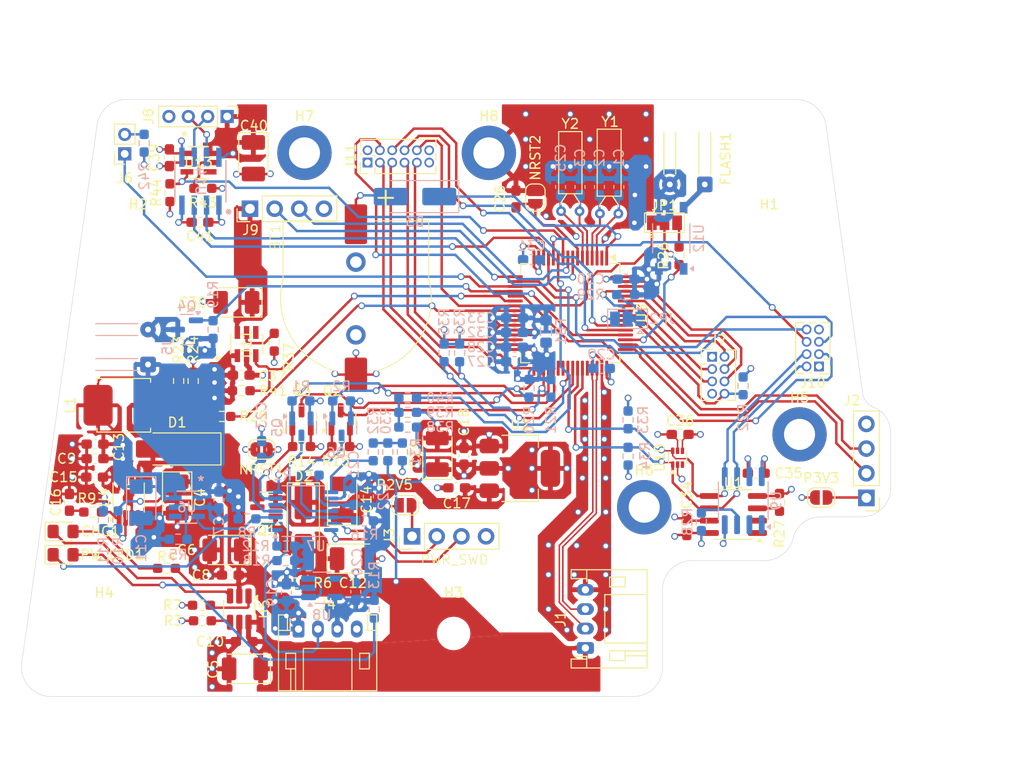
<source format=kicad_pcb>
(kicad_pcb (version 20241229) (generator "pcbnew") (generator_version "9.0")
  (title_block (title "PM Controller") (date "2025-07-18") (rev "1.1") (company "LiuZS") (comment 1 "1.1——SDM18单独供电、倒圆角、改变底板灯光位置"))
  (layers (0 "F.Cu" signal) (4 "In1.Cu" signal) (6 "In2.Cu" signal) (2 "B.Cu" signal) (13 "F.Paste" user) (15 "B.Paste" user) (5 "F.SilkS" user "F.Silkscreen") (7 "B.SilkS" user "B.Silkscreen") (1 "F.Mask" user) (3 "B.Mask" user) (25 "Edge.Cuts" user))
  (net 0 "")
  (net 1 "Net-(U5-ISET)")
  (net 2 "Net-(J3-Pin_1)")
  (net 3 "/SWDIO0")
  (net 4 "/SWCLK0")
  (net 5 "/PWR_LED")
  (net 6 "Net-(CHG1-A)")
  (net 7 "GND")
  (net 8 "+3.3V")
  (net 9 "+BATT")
  (net 10 "Net-(U5-TS)")
  (net 11 "/#CHRG")
  (net 12 "+5VA")
  (net 13 "+5V")
  (net 14 "/VBAT5")
  (net 15 "/UD+")
  (net 16 "/UD-")
  (net 18 "/BAT_OUT")
  (net 19 "Net-(U6-ILIM)")
  (net 20 "/PWR_EN")
  (net 21 "Net-(U4-SS)")
  (net 22 "Net-(C16-Pad2)")
  (net 23 "Net-(D1-A)")
  (net 24 "Net-(U4-COMP)")
  (net 25 "Net-(U4-FB)")
  (net 26 "+2V5")
  (net 27 "/_P2C1_")
  (net 28 "/P2C1")
  (net 29 "/P2C0")
  (net 30 "/_P2C0_")
  (net 31 "/C2P1")
  (net 32 "/C2P0")
  (net 34 "/PWR_KEY")
  (net 35 "Net-(NRST1-B)")
  (net 36 "Net-(U7-PB9)")
  (net 37 "/WKUP")
  (net 38 "Net-(PW_LED1-A)")
  (net 39 "/EJCMT_GND")
  (net 40 "/EJCMT_EN")
  (net 41 "/PC5")
  (net 42 "/I2C3_SDA")
  (net 46 "/I2C3_SCL")
  (net 48 "Net-(R38-Pad1)")
  (net 52 "Net-(J2-Pin_1)")
  (net 53 "/SWCLK1")
  (net 54 "/RX2")
  (net 55 "/SWDIO1")
  (net 56 "/TX2")
  (net 57 "/LSE+")
  (net 58 "/LSE-")
  (net 59 "/HSE+")
  (net 60 "/HSE-")
  (net 61 "/_C2P1_")
  (net 62 "/_C2P0_")
  (net 63 "/D_SCL")
  (net 64 "/D_SDA")
  (net 65 "/NRST1")
  (net 66 "Net-(U3-VDDA)")
  (net 67 "/BLK")
  (net 68 "/D_DC")
  (net 69 "/D_RES")
  (net 70 "/D_CS")
  (net 71 "Net-(JP2-A)")
  (net 72 "Net-(R23-Pad1)")
  (net 73 "/SHUT_Trig+")
  (net 74 "/FLASH_Trig")
  (net 75 "/_FLASH_Trig_")
  (net 76 "/I2C2_SCL")
  (net 77 "/I2C2_SDA")
  (net 78 "/ADC1_15")
  (net 79 "/TX3")
  (net 80 "/RX3")
  (net 81 "/KEY0")
  (net 82 "/KEY1")
  (net 83 "/KEY3")
  (net 84 "/KEY2")
  (net 85 "/SPI3_MOSI")
  (net 86 "/SPI3_SCK")
  (net 87 "/SPI3_MISO")
  (net 88 "Net-(JP1-C)")
  (net 89 "Net-(U1-A2)")
  (net 90 "Net-(U9-A2)")
  (net 95 "Net-(R30-Pad1)")
  (net 96 "/BOOT0")
  (net 98 "Net-(U11-ILIM)")
  (net 99 "/PWR_EN_2")
  (net 101 "/BAT_OUT2")
  (net 102 "/LPRX1")
  (net 103 "/LPTX1")
  (net 104 "/PWR_SENS")
  (net 105 "Net-(J6-Pin_2)")
  (net 106 "Net-(U3-PA15)")
  (net 107 "Net-(BT1-+)")
  (net 108 "Net-(D3-K)")
  (net 109 "Net-(U13-ILIM)")
  (net 110 "/LASER_3.3V")
  (net 112 "/SDM_EN")
  (net 113 "/TX2_o")
  (net 114 "/RX2_o")
  (net 115 "/FLASH_Trig_Return")
  (footprint "Connector_PinHeader_1.27mm:PinHeader_2x04_P1.27mm_Vertical" (layer "F.Cu") (at 117 140)
    (property "Reference" "J7")
    (property "Value" "Conn_02x04_Odd_Even")
  )
  (footprint "Resistor_SMD:R_0603_1608Metric_Pad0.98x0.95mm_HandSolder" (layer "F.Cu") (at 78.736092 149.25)
    (property "Reference" "R15")
    (property "Value" "100k")
  )
  (footprint "Resistor_SMD:R_0603_1608Metric_Pad0.98x0.95mm_HandSolder" (layer "F.Cu") (at 71.886092 138.5 -90)
    (property "Reference" "R37")
    (property "Value" "22k")
  )
  (footprint "Capacitor_SMD:C_0603_1608Metric_Pad1.08x0.95mm_HandSolder" (layer "F.Cu") (at 53.423592 149 180)
    (property "Reference" "C13")
    (property "Value" "22uf")
  )
  (footprint "Package_TO_SOT_SMD:SOT-23" (layer "F.Cu") (at 71.086092 155.5 180)
    (property "Reference" "Q1")
    (property "Value" "AO3401A")
  )
  (footprint "Capacitor_SMD:C_0603_1608Metric_Pad1.08x0.95mm_HandSolder" (layer "F.Cu") (at 91.436092 150.25 90)
    (property "Reference" "C18")
    (property "Value" "22uf")
  )
  (footprint "Package_QFP:LQFP-64_10x10mm_P0.5mm" (layer "F.Cu") (at 102.386092 135.50625 -90)
    (property "Reference" "U3")
    (property "Value" "STM32G431RBTx")
  )
  (footprint "Capacitor_SMD:C_0603_1608Metric_Pad1.08x0.95mm_HandSolder" (layer "F.Cu") (at 61.086092 119.5 -90)
    (property "Reference" "C39")
    (property "Value" "100nf")
  )
  (footprint "Capacitor_SMD:C_0603_1608Metric_Pad1.08x0.95mm_HandSolder" (layer "F.Cu") (at 53.386092 152.4)
    (property "Reference" "C15")
    (property "Value" "100nf")
  )
  (footprint "Connector_PinHeader_2.00mm:PinHeader_1x04_P2.00mm_Vertical" (layer "F.Cu") (at 67.036092 115.25 -90)
    (property "Reference" "J8")
    (property "Value" "Conn_01x04_Pin")
  )
  (footprint "Connector_Wire:SolderWire-0.1sqmm_1x02_P3.6mm_D0.4mm_OD1mm_Relief" (layer "F.Cu") (at 116.236092 122.25 180)
    (property "Reference" "FLASH1")
    (property "Value" "Conn_01x02_Pin")
  )
  (footprint "MountingHole:MountingHole_3.2mm_M3_DIN965_Pad_TopBottom" (layer "F.Cu") (at 110 155.5)
    (property "Reference" "H6")
    (property "Value" "MountingHole_Pad")
  )
  (footprint "Connector_PinHeader_1.27mm:PinHeader_2x06_P1.27mm_Vertical" (layer "F.Cu") (at 81.5 120 90)
    (property "Reference" "J11")
    (property "Value" "Conn_02x06_Odd_Even")
  )
  (footprint "Capacitor_Tantalum_SMD:CP_EIA-3528-21_Kemet-B_Pad1.50x2.35mm_HandSolder" (layer "F.Cu") (at 88.686092 150 90)
    (property "Reference" "C24")
    (property "Value" "47uf")
  )
  (footprint "Connector_PinHeader_2.54mm:PinHeader_1x04_P2.54mm_Vertical" (layer "F.Cu") (at 132.886092 154.54 180)
    (property "Reference" "J2")
    (property "Value" "Conn_01x04_Socket")
  )
  (footprint "Capacitor_Tantalum_SMD:CP_EIA-3528-21_Kemet-B_Pad1.50x2.35mm_HandSolder" (layer "F.Cu") (at 79.986092 160.8)
    (property "Reference" "C12")
    (property "Value" "47uf")
  )
  (footprint "Resistor_SMD:R_0603_1608Metric_Pad0.98x0.95mm_HandSolder" (layer "F.Cu") (at 53.186092 156 180)
    (property "Reference" "R9")
    (property "Value" "56.2k")
  )
  (footprint "MountingHole:MountingHole_3.2mm_M3_DIN965_Pad_TopBottom" (layer "F.Cu") (at 75 119)
    (property "Reference" "H7")
    (property "Value" "MountingHole_Pad")
  )
  (footprint "Connector_PinHeader_1.27mm:PinHeader_2x04_P1.27mm_Vertical" (layer "F.Cu") (at 128 141 180)
    (property "Reference" "J10")
    (property "Value" "Conn_02x04_Odd_Even")
  )
  (footprint "MountingHole:MountingHole_3.2mm_M3_DIN965_Pad_TopBottom" (layer "F.Cu") (at 94 119)
    (property "Reference" "H8")
    (property "Value" "MountingHole_Pad")
  )
  (footprint "MountingHole:MountingHole_3.2mm_M3" (layer "F.Cu") (at 54.3644 168.506)
    (property "Reference" "H4")
    (property "Value" "MountingHole")
  )
  (footprint "LED_SMD:LED_0805_2012Metric_Pad1.15x1.40mm_HandSolder" (layer "F.Cu") (at 50.136092 160.4)
    (property "Reference" "PW_LED1")
    (property "Value" "LED")
  )
  (footprint "Package_SO:SOIC-8_3.9x4.9mm_P1.27mm" (layer "F.Cu") (at 119.186092 156.25 180)
    (property "Reference" "U1")
    (property "Value" "AT24CS08-SSHM")
  )
  (footprint "Resistor_SMD:R_0603_1608Metric_Pad0.98x0.95mm_HandSolder" (layer "F.Cu") (at 61.136092 123.1 90)
    (property "Reference" "R44")
    (property "Value" "100k")
  )
  (footprint "MountingHole:MountingHole_3.2mm_M3" (layer "F.Cu") (at 90.3644 168.506)
    (property "Reference" "H3")
    (property "Value" "MountingHole")
  )
  (footprint "Resistor_SMD:R_0603_1608Metric_Pad0.98x0.95mm_HandSolder" (layer "F.Cu") (at 60.786092 161.8)
    (property "Reference" "R4")
    (property "Value" "1.5k")
  )
  (footprint "KiCadLib:cr1220" (layer "F.Cu") (at 80.3 134 90)
    (property "Reference" "BT1")
    (property "Value" "Battery_Cell")
  )
  (footprint "Capacitor_SMD:C_0603_1608Metric_Pad1.08x0.95mm_HandSolder" (layer "F.Cu") (at 113.698592 148 180)
    (property "Reference" "C36")
    (property "Value" "100nf")
  )
  (footprint "Jumper:SolderJumper-2_P1.3mm_Open_RoundedPad1.0x1.5mm" (layer "F.Cu") (at 98.786092 123.6 -90)
    (property "Reference" "NRST2")
    (property "Value" "SolderJumper_2_Open")
  )
  (footprint "Resistor_SMD:R_0603_1608Metric_Pad0.98x0.95mm_HandSolder" (layer "F.Cu") (at 64.536092 122.65)
    (property "Reference" "R43")
    (property "Value" "22k")
  )
  (footprint "Package_TO_SOT_SMD:SOT-23" (layer "F.Cu") (at 74.698592 146.45 90)
    (property "Reference" "Q3")
    (property "Value" "AO3400A")
  )
  (footprint "Package_TO_SOT_SMD:SOT-23-6_Handsoldering" (layer "F.Cu") (at 68.286092 166 -90)
    (property "Reference" "U5")
    (property "Value" "BQ21040DBV")
  )
  (footprint "Capacitor_SMD:C_0603_1608Metric_Pad1.08x0.95mm_HandSolder" (layer "F.Cu") (at 53.423592 150.5 180)
    (property "Reference" "C9")
    (property "Value" "1uf")
  )
  (footprint "MountingHole:MountingHole_3.2mm_M3" (layer "F.Cu") (at 122.8644 128.506)
    (property "Reference" "H1")
    (property "Value" "MountingHole")
  )
  (footprint "Connector_JST:JST_PH_S4B-PH-K_1x04_P2.00mm_Horizontal" (layer "F.Cu") (at 103.936092 170 90)
    (property "Reference" "J1")
    (property "Value" "Conn_01x04_Socket")
  )
  (footprint "Resistor_SMD:R_0603_1608Metric_Pad0.98x0.95mm_HandSolder" (layer "F.Cu") (at 113.586092 129.6 -90)
    (property "Reference" "R26")
    (property "Value" "100k")
  )
  (footprint "Jumper:SolderJumper-2_P1.3mm_Open_RoundedPad1.0x1.5mm" (layer "F.Cu") (at 128.236092 154.5 180)
    (property "Reference" "P3V3")
    (property "Value" "SolderJumper_2_Open")
  )
  (footprint "Connector_JST:JST_PH_S4B-PH-K_1x04_P2.00mm_Horizontal" (layer "F.Cu") (at 74.386092 168.05)
    (property "Reference" "J4")
    (property "Value" "Conn_01x04_Socket")
  )
  (footprint "Jumper:SolderJumper-2_P1.3mm_Open_RoundedPad1.0x1.5mm" (layer "F.Cu") (at 70.586092 149.55)
    (property "Reference" "NRST1")
    (property "Value" "SolderJumper_2_Open")
  )
  (footprint "Capacitor_Tantalum_SMD:CP_EIA-3528-21_Kemet-B_Pad1.50x2.35mm_HandSolder" (layer "F.Cu") (at 68.861092 172.15 180)
    (property "Reference" "C5")
    (property "Value" "22uf")
  )
  (footprint "Connector_PinHeader_2.54mm:PinHeader_1x04_P2.54mm_Vertical" (layer "F.Cu") (at 86.086092 158.5 90)
    (property "Reference" "J3")
    (property "Value" "Conn_01x04_Socket")
  )
  (footprint "Capacitor_SMD:C_0603_1608Metric_Pad1.08x0.95mm_HandSolder" (layer "F.Cu") (at 68.786092 169.3375 180)
    (property "Reference" "C10")
    (property "Value" "1uf")
  )
  (footprint "Capacitor_Tantalum_SMD:CP_EIA-3528-21_Kemet-B_Pad1.50x2.35mm_HandSolder" (layer "F.Cu") (at 67.986092 134.4 180)
    (property "Reference" "C38")
    (property "Value" "22uf")
  )
  (footprint "Capacitor_SMD:C_0603_1608Metric_Pad1.08x0.95mm_HandSolder" (layer "F.Cu") (at 64.236092 126.15 180)
    (property "Reference" "C41")
    (property "Value" "100nf")
  )
  (footprint "Diode_SMD:D_SMA_Handsoldering" (layer "F.Cu") (at 74.886092 157.5 -90)
    (property "Reference" "D2")
    (property "Value" "SS32")
  )
  (footprint "Package_TO_SOT_SMD:SOT-563" (layer "F.Cu") (at 113.436092 150.4 90)
    (property "Reference" "U10")
    (property "Value" "TMP102xxDRL")
  )
  (footprint "Resistor_SMD:R_0603_1608Metric_Pad0.98x0.95mm_HandSolder" (layer "F.Cu") (at 74.698592 149.25)
    (property "Reference" "R14")
    (property "Value" "100k")
  )
  (footprint "Jumper:SolderJumper-2_P1.3mm_Open_RoundedPad1.0x1.5mm" (layer "F.Cu") (at 85.386092 155.3 180)
    (property "Reference" "P2V5")
    (property "Value" "SolderJumper_2_Open")
  )
  (footprint "Crystal:Crystal_C26-LF_D2.1mm_L6.5mm_Horizontal" (layer "F.Cu") (at 107.336092 125.25625 180)
    (property "Reference" "Y1")
    (property "Value" "32.768kHz")
  )
  (footprint "LED_SMD:LED_0805_2012Metric_Pad1.15x1.40mm_HandSolder" (layer "F.Cu") (at 50.136092 158)
    (property "Reference" "CHG1")
    (property "Value" "LED")
  )
  (footprint "Capacitor_SMD:C_0603_1608Metric_Pad1.08x0.95mm_HandSolder" (layer "F.Cu") (at 90.686092 153.5 180)
    (property "Reference" "C17")
    (property "Value" "22uf")
  )
  (footprint "Resistor_SMD:R_0603_1608Metric_Pad0.98x0.95mm_HandSolder" (layer "F.Cu") (at 66.486092 146.15 180)
    (property "Reference" "R25")
    (property "Value" "100k")
  )
  (footprint "KiCadLib:DBV0006A_TEX" (layer "F.Cu") (at 69.036091 138.6938 90)
    (property "Reference" "U11")
    (property "Value" "TPS2552DDBVR")
  )
  (footprint "Package_TO_SOT_SMD:SOT-223-3_TabPin2" (layer "F.Cu") (at 97.186092 151.5)
    (property "Reference" "U2")
    (property "Value" "AMS1117-3.3")
  )
  (footprint "Resistor_SMD:R_0603_1608Metric_Pad0.98x0.95mm_HandSolder" (layer "F.Cu") (at 64.386092 165.6 180)
    (property "Reference" "R7")
    (property "Value" "10k")
  )
  (footprint "Resistor_SMD:R_0603_1608Metric_Pad0.98x0.95mm_HandSolder" (layer "F.Cu") (at 123.936092 155 90)
    (property "Reference" "R27")
    (property "Value" "100k")
  )
  (footprint "Connector_PinSocket_2.00mm:PinSocket_1x02_P2.00mm_Vertical" (layer "F.Cu") (at 56.486092 119.1 180)
    (property "Reference" "J6")
    (property "Value" "Conn_01x02_Pin")
  )
  (footprint "Capacitor_SMD:C_0603_1608Metric_Pad1.08x0.95mm_HandSolder" (layer "F.Cu") (at 50.786092 155 -90)
    (property "Reference" "C16")
    (property "Value" "820pf")
  )
  (footprint "Inductor_SMD:L_APV_ANR5040" (layer "F.Cu") (at 56.386092 145)
    (property "Reference" "L1")
    (property "Value" "4.7uH")
  )
  (footprint "Capacitor_SMD:C_0603_1608Metric_Pad1.08x0.95mm_HandSolder" (layer "F.Cu") (at 68.486092 141.9)
    (property "Reference" "C37")
    (property "Value" "100nf")
  )
  (footprint "Connector_PinHeader_2.54mm:PinHeader_1x04_P2.54mm_Vertical" (layer "F.Cu") (at 69.386092 124.75 90)
    (property "Reference" "J9")
    (property "Value" "Conn_01x04_Socket")
  )
  (footprint "Package_SO:VSSOP-8_3x3mm_P0.65mm" (layer "F.Cu") (at 56.886092 154.5 90)
    (property "Reference" "U4")
    (property "Value" "TPS61085DGK")
  )
  (footprint "KiCadLib:DBV0006A_TEX" (layer "F.Cu") (at 64.086092 120)
    (property "Reference" "U13")
    (property "Value" "TPS2552DDBVR")
  )
  (footprint "Capacitor_SMD:C_0603_1608Metric_Pad1.08x0.95mm_HandSolder" (layer "F.Cu") (at 67.361092 162.5 180)
    (property "Reference" "C8")
    (property "Value" "10uf")
  )
  (footprint "MountingHole:MountingHole_3.2mm_M3_DIN965_Pad_TopBottom" (layer "F.Cu") (at 126 148)
    (property "Reference" "H5")
    (property "Value" "MountingHole_Pad")
  )
  (footprint "MountingHole:MountingHole_3.2mm_M3" (layer "F.Cu") (at 57.8644 128.506)
    (property "Reference" "H2")
    (property "Value" "MountingHole")
  )
  (footprint "Capacitor_SMD:C_0603_1608Metric_Pad1.08x0.95mm_HandSolder" (layer "F.Cu") (at 114.386092 157.5 -90)
    (property "Reference" "C34")
    (property "Value" "1uf")
  )
  (footprint "Capacitor_Tantalum_SMD:CP_EIA-3528-21_Kemet-B_Pad1.50x2.35mm_HandSolder" (layer "F.Cu") (at 66.861092 159.9 180)
    (property "Reference" "C6")
    (property "Value" "22uf")
  )
  (footprint "Capacitor_SMD:C_0603_1608Metric_Pad1.08x0.95mm_HandSolder" (layer "F.Cu") (at 96.786092 123.75 -90)
    (property "Reference" "C26")
    (property "Value" "100nf")
  )
  (footprint "Resistor_SMD:R_0603_1608Metric_Pad0.98x0.95mm_HandSolder" (layer "F.Cu") (at 63.536092 142.5 -90)
    (property "Reference" "R24")
    (property "Value" "100k")
  )
  (footprint "Capacitor_Tantalum_SMD:CP_EIA-3528-21_Kemet-B_Pad1.50x2.35mm_HandSolder" (layer "F.Cu") (at 61.886092 154.5 -90)
    (property "Reference" "C4")
    (property "Value" "22uf")
  )
  (footprint "Diode_SMD:D_SMA_Handsoldering" (layer "F.Cu") (at 61.886092 149.5 180)
    (property "Reference" "D1")
    (property "Value" "SS32")
  )
  (footprint "Resistor_SMD:R_0603_1608Metric_Pad0.98x0.95mm_HandSolder" (layer "F.Cu") (at 64.486092 167.2 180)
    (property "Reference" "R3")
    (property "Value" "RPORG(1k)")
  )
  (footprint "Package_TO_SOT_SMD:SOT-23" (layer "F.Cu") (at 78.736092 146.45 90)
    (property "Reference" "Q2")
    (property "Value" "AO3400A")
  )
  (footprint "Capacitor_SMD:C_0603_1608Metric_Pad1.08x0.95mm_HandSolder" (layer "F.Cu") (at 121.536092 152)
    (property "Reference" "C35")
    (property "Value" "1uf")
  )
  (footprint "Jumper:SolderJumper-3_P1.3mm_Bridged12_Pad1.0x1.5mm" (layer "F.Cu") (at 112.086092 126.2)
    (property "Reference" "JP1")
    (property "Value" "SolderJumper_3_Bridged12")
  )
  (footprint "Capacitor_Tantalum_SMD:CP_EIA-3528-21_Kemet-B_HandSolder" (layer "F.Cu") (at 69.736092 119.55 -90)
    (property "Reference" "C40")
    (property "Value" "22uf")
  )
  (footprint "Crystal:Crystal_DS26_D2.0mm_L6.0mm_Horizontal" (layer "F.Cu") (at 103.336092 125.00625 180)
    (property "Reference" "Y2")
    (property "Value" "24Mhz")
  )
  (footprint "Capacitor_Tantalum_SMD:CP_EIA-3528-21_Kemet-B_Pad1.50x2.35mm_HandSolder" (layer "F.Cu") (at 78.886092 154.725 90)
    (property "Reference" "C14")
    (property "Value" "47uf")
  )
  (footprint "Resistor_SMD:R_0603_1608Metric_Pad0.98x0.95mm_HandSolder" (layer "F.Cu") (at 68.486092 143.5)
    (property "Reference" "R41")
    (property "Value" "100k")
  )
  (footprint "Resistor_SMD:R_0603_1608Metric_Pad0.98x0.95mm_HandSolder" (layer "F.Cu") (at 62.036092 142.5 90)
    (property "Reference" "R23")
    (property "Value" "100k")
  )
  (footprint "Resistor_SMD:R_0603_1608Metric_Pad0.98x0.95mm_HandSolder" (layer "F.Cu") (at 74.086092 163.3)
    (property "Reference" "R6")
    (property "Value" "100k")
  )
  (footprint "Resistor_SMD:R_0603_1608Metric_Pad0.98x0.95mm_HandSolder" (layer "B.Cu") (at 85.086092 149.8 90)
    (property "Reference" "R31")
    (property "Value" "100k")
  )
  (footprint "Capacitor_SMD:C_0603_1608Metric_Pad1.08x0.95mm_HandSolder" (layer "B.Cu") (at 96.636092 137.5)
    (property "Reference" "C32")
    (property "Value" "1uf")
  )
  (footprint "KiCadLib:DBV0006A_TEX" (layer "B.Cu") (at 62.886092 155.5 180)
    (property "Reference" "U6")
    (property "Value" "TPS2552DDBVR")
  )
  (footprint "Package_TO_SOT_SMD:SOT-23" (layer "B.Cu") (at 78.823592 147.3 -90)
    (property "Reference" "Q6")
    (property "Value" "AO3400A")
  )
  (footprint "Capacitor_SMD:C_0603_1608Metric_Pad1.08x0.95mm_HandSolder" (layer "B.Cu") (at 80.286092 164.2 90)
    (property "Reference" "C20")
    (property "Value" "22uf")
  )
  (footprint "Resistor_SMD:R_0603_1608Metric_Pad0.98x0.95mm_HandSolder" (layer "B.Cu") (at 108.086092 133.6)
    (property "Reference" "R29")
    (property "Value" "10k")
  )
  (footprint "Resistor_SMD:R_0603_1608Metric_Pad0.98x0.95mm_HandSolder" (layer "B.Cu") (at 115.886092 157 -90)
    (property "Reference" "R28")
    (property "Value" "100k")
  )
  (footprint "Connector_Wire:SolderWire-0.1sqmm_1x02_P3.6mm_D0.4mm_OD1mm_Relief" (layer "B.Cu") (at 58.886092 140.8 90)
    (property "Reference" "J5")
    (property "Value" "Conn_01x02_Pin")
  )
  (footprint "Capacitor_SMD:C_0603_1608Metric_Pad1.08x0.95mm_HandSolder" (layer "B.Cu") (at 103.386092 122.50625 90)
    (property "Reference" "C3")
    (property "Value" "5pf")
  )
  (footprint "Capacitor_SMD:C_0603_1608Metric_Pad1.08x0.95mm_HandSolder" (layer "B.Cu") (at 105.386092 122.50625 90)
    (property "Reference" "C2")
    (property "Value" "5pf")
  )
  (footprint "Resistor_SMD:R_0603_1608Metric_Pad0.98x0.95mm_HandSolder" (layer "B.Cu") (at 98.136092 143.25 90)
    (property "Reference" "R20")
    (property "Value" "100k(NC)")
  )
  (footprint "Package_TO_SOT_SMD:SOT-23" (layer "B.Cu") (at 74.686092 147.3 -90)
    (property "Reference" "Q5")
    (property "Value" "AO3400A")
  )
  (footprint "Resistor_SMD:R_0603_1608Metric_Pad0.98x0.95mm_HandSolder" (layer "B.Cu") (at 100.386092 143.25 90)
    (property "Reference" "R21")
    (property "Value" "100k(NC)")
  )
  (footprint "Resistor_SMD:R_0603_1608Metric_Pad0.98x0.95mm_HandSolder" (layer "B.Cu") (at 81.186092 156.9)
    (property "Reference" "R16")
    (property "Value" "100k(NC)")
  )
  (footprint "Resistor_SMD:R_0603_1608Metric_Pad0.98x0.95mm_HandSolder" (layer "B.Cu") (at 89.386092 139.6 -90)
    (property "Reference" "R35")
    (property "Value" "10k")
  )
  (footprint "Resistor_SMD:R_0603_1608Metric_Pad0.98x0.95mm_HandSolder" (layer "B.Cu") (at 85.636092 144.23 180)
    (property "Reference" "R40")
    (property "Value" "100k")
  )
  (footprint "Package_SO:TSSOP-14_4.4x5mm_P0.65mm" (layer "B.Cu") (at 74.886092 155.9)
    (property "Reference" "U7")
    (property "Value" "STM32L011D4Px")
  )
  (footprint "Capacitor_SMD:C_0603_1608Metric_Pad1.08x0.95mm_HandSolder" (layer "B.Cu") (at 96.636092 140.50625 180)
    (property "Reference" "C27")
    (property "Value" "10uf")
  )
  (footprint "Resistor_SMD:R_0603_1608Metric_Pad0.98x0.95mm_HandSolder" (layer "B.Cu") (at 75.586092 152.2)
    (property "Reference" "R17")
    (property "Value" "100k(NC)")
  )
  (footprint "Resistor_SMD:R_0603_1608Metric_Pad0.98x0.95mm_HandSolder" (layer "B.Cu") (at 120.186092 143 -90)
    (property "Reference" "R22")
    (property "Value" "100k(NC)")
  )
  (footprint "Resistor_SMD:R_0603_1608Metric_Pad0.98x0.95mm_HandSolder" (layer "B.Cu") (at 85.636092 147.25)
    (property "Reference" "R38")
    (property "Value" "150k")
  )
  (footprint "Package_TO_SOT_SMD:SOT-23-5_HandSoldering" (layer "B.Cu") (at 76.786092 163.8)
    (property "Reference" "U8")
    (property "Value" "ME6211C25M5")
  )
  (footprint "Resistor_SMD:R_0603_1608Metric_Pad0.98x0.95mm_HandSolder" (layer "B.Cu") (at 69.086092 156.7)
    (property "Reference" "R8")
    (property "Value" "100k")
  )
  (footprint "Capacitor_SMD:C_0603_1608Metric_Pad1.08x0.95mm_HandSolder" (layer "B.Cu") (at 108.136092 132.00625)
    (property "Reference" "C30")
    (property "Value" "100nf")
  )
  (footprint "Capacitor_SMD:C_0603_1608Metric_Pad1.08x0.95mm_HandSolder" (layer "B.Cu") (at 101.386092 122.50625 90)
    (property "Reference" "C25")
    (property "Value" "5pf")
  )
  (footprint "Resistor_SMD:R_0603_1608Metric_Pad0.98x0.95mm_HandSolder" (layer "B.Cu") (at 58.486092 118 90)
    (property "Reference" "R42")
    (property "Value" "1k")
  )
  (footprint "Package_SO:SOIC-8_3.9x4.9mm_P1.27mm" (layer "B.Cu") (at 120.201092 154.825 90)
    (property "Reference" "U9")
    (property "Value" "AT24CS08-SSHM")
  )
  (footprint "Resistor_SMD:R_0603_1608Metric_Pad0.98x0.95mm_HandSolder" (layer "B.Cu") (at 83.586092 149.8 -90)
    (property "Reference" "R30")
    (property "Value" "150k")
  )
  (footprint "ADUM3201:R_8_ADI" (layer "B.Cu") (at 64.281092 121.9138 90)
    (property "Reference" "U14")
    (property "Value" "ADUM3201ARZ-RL7")
  )
  (footprint "Resistor_SMD:R_0603_1608Metric_Pad0.98x0.95mm_HandSolder" (layer "B.Cu") (at 108.336092 146.5 -90)
    (property "Reference" "R33")
    (property "Value" "10k")
  )
  (footprint "Resistor_SMD:R_0603_1608Metric_Pad0.98x0.95mm_HandSolder" (layer "B.Cu") (at 82.086092 149.8 90)
    (property "Reference" "R32")
    (property "Value" "100k")
  )
  (footprint "Resistor_SMD:R_0603_1608Metric_Pad0.98x0.95mm_HandSolder" (layer "B.Cu") (at 65.586092 137.2 -90)
    (property "Reference" "R19")
    (property "Value" "100k")
  )
  (footprint "Jumper:SolderJumper-3_P1.3mm_Bridged12_Pad1.0x1.5mm" (layer "B.Cu") (at 108.286092 136.1 180)
    (property "Reference" "JP2")
    (property "Value" "SolderJumper_3_Bridged12")
  )
  (footprint "Capacitor_SMD:C_0603_1608Metric_Pad1.08x0.95mm_HandSolder" (layer "B.Cu") (at 96.636092 136)
    (property "Reference" "C33")
    (property "Value" "100nf")
  )
  (footprint "Resistor_SMD:R_0603_1608Metric_Pad0.98x0.95mm_HandSolder" (layer "B.Cu") (at 85.636092 145.73 180)
    (property "Reference" "R39")
    (property "Value" "100k")
  )
  (footprint "Capacitor_SMD:C_0603_1608Metric_Pad1.08x0.95mm_HandSolder" (layer "B.Cu") (at 66.186092 154.749999 -90)
    (property "Reference" "C7")
    (property "Value" "100nf")
  )
  (footprint "Package_SO:MFSOP6-4_4.4x3.6mm_P1.27mm" (layer "B.Cu") (at 112.786092 127.8 90)
    (property "Reference" "U12")
    (property "Value" "TLP127")
  )
  (footprint "Resistor_SMD:R_0603_1608Metric_Pad0.98x0.95mm_HandSolder" (layer "B.Cu") (at 73.086092 159.5)
    (property "Reference" "R12")
    (property "Value" "100k")
  )
  (footprint "Resistor_SMD:R_0603_1608Metric_Pad0.98x0.95mm_HandSolder" (layer "B.Cu") (at 73.086092 161)
    (property "Reference" "R18")
    (property "Value" "100k(NC)")
  )
  (footprint "Capacitor_SMD:C_0603_1608Metric_Pad1.08x0.95mm_HandSolder" (layer "B.Cu") (at 105.586092 141.2 180)
    (property "Reference" "C29")
    (property "Value" "100nf")
  )
  (footprint "Resistor_SMD:R_0603_1608Metric_Pad0.98x0.95mm_HandSolder" (layer "B.Cu") (at 78.823592 144.55)
    (property "Reference" "R2")
    (property "Value" "100k")
  )
  (footprint "Resistor_SMD:R_0603_1608Metric_Pad0.98x0.95mm_HandSolder" (layer "B.Cu") (at 61.986092 158.8 180)
    (property "Reference" "R5")
    (property "Value" "22k")
  )
  (footprint "Resistor_SMD:R_0603_1608Metric_Pad0.98x0.95mm_HandSolder" (layer "B.Cu") (at 90.986092 139.6 -90)
    (property "Reference" "R36")
    (property "Value" "10k")
  )
  (footprint "Inductor_SMD:L_0805_2012Metric_Pad1.05x1.20mm_HandSolder" (layer "B.Cu") (at 99.886092 137.4 90)
    (property "Reference" "FB1")
    (property "Value" "FerriteBead")
  )
  (footprint "Diode_SMD:D_SMA_Handsoldering" (layer "B.Cu") (at 86.386092 123.5 180)
    (property "Reference" "D3")
    (property "Value" "SS32")
  )
  (footprint "Package_TO_SOT_SMD:SOT-23" (layer "B.Cu") (at 62.886092 137.2 180)
    (property "Reference" "Q4")
    (property "Value" "AO3400A")
  )
  (footprint "Capacitor_SMD:C_0603_1608Metric_Pad1.08x0.95mm_HandSolder" (layer "B.Cu") (at 73.136092 164.3 90)
    (property "Reference" "C19")
    (property "Value" "22uf")
  )
  (footprint "Capacitor_SMD:C_0603_1608Metric_Pad1.08x0.95mm_HandSolder" (layer "B.Cu") (at 107.386092 122.50625 90)
    (property "Reference" "C1")
    (property "Value" "5pf")
  )
  (footprint "Capacitor_Tantalum_SMD:CP_EIA-3528-21_Kemet-B_Pad1.50x2.35mm_HandSolder" (layer "B.Cu") (at 58.186092 155 -90)
    (property "Reference" "C11")
    (property "Value" "22uf")
  )
  (footprint "Resistor_SMD:R_0603_1608Metric_Pad0.98x0.95mm_HandSolder" (layer "B.Cu") (at 55.786092 156.8 90)
    (property "Reference" "R10")
    (property "Value" "82k")
  )
  (footprint "Capacitor_SMD:C_0603_1608Metric_Pad1.08x0.95mm_HandSolder" (layer "B.Cu") (at 70.586092 149.55 -90)
    (property "Reference" "C23")
    (property "Value" "100nf")
  )
  (footprint "Capacitor_SMD:C_0603_1608Metric_Pad1.08x0.95mm_HandSolder" (layer "B.Cu") (at 96.636092 139.00625 180)
    (property "Reference" "C28")
    (property "Value" "100nf")
  )
  (footprint "Capacitor_SMD:C_0603_1608Metric_Pad1.08x0.95mm_HandSolder" (layer "B.Cu") (at 80.086092 154.4 90)
    (property "Reference" "C21")
    (property "Value" "100nf")
  )
  (footprint "Resistor_SMD:R_0603_1608Metric_Pad0.98x0.95mm_HandSolder" (layer "B.Cu") (at 82.186092 166 90)
    (property "Reference" "R13")
    (property "Value" "1.5k")
  )
  (footprint "Resistor_SMD:R_0603_1608Metric_Pad0.98x0.95mm_HandSolder" (layer "B.Cu") (at 74.636092 144.55)
    (property "Reference" "R1")
    (property "Value" "100k")
  )
  (footprint "Capacitor_SMD:C_0603_1608Metric_Pad1.08x0.95mm_HandSolder" (layer "B.Cu") (at 98.386092 130 180)
    (property "Reference" "C31")
    (property "Value" "100nf")
  )
  (footprint "Resistor_SMD:R_0603_1608Metric_Pad0.98x0.95mm_HandSolder" (layer "B.Cu") (at 108.336092 150.25 90)
    (property "Reference" "R34")
    (property "Value" "10k")
  )
  (footprint "Capacitor_SMD:C_0603_1608Metric_Pad1.08x0.95mm_HandSolder" (layer "B.Cu") (at 81.586092 154.4 90)
    (property "Reference" "C22")
    (property "Value" "10uf")
  )
  (footprint "Resistor_SMD:R_0603_1608Metric_Pad0.98x0.95mm_HandSolder" (layer "B.Cu") (at 54.286092 156.8 -90)
    (property "Reference" "R11")
    (property "Value" "27k")
  )
  (gr_line (start 128.147879 156.5) (end 132.386092 156.5) (stroke (width 0.05)) (layer "Edge.Cuts"))
  (gr_arc (start 133.628984 145.2) (mid 134.905623 146.230969) (end 135.386092 147.8) (stroke (width 0.05)) (layer "Edge.Cuts"))
  (gr_arc (start 111.886092 172) (mid 111.007412 174.12132) (end 108.886092 175) (stroke (width 0.05)) (layer "Edge.Cuts"))
  (gr_arc (start 48.886092 175) (mid 46.581206 173.939902) (end 45.886092 171.5) (stroke (width 0.05)) (layer "Edge.Cuts"))
  (gr_line (start 111.886092 172) (end 111.886092 164) (stroke (width 0.05)) (layer "Edge.Cuts"))
  (gr_line (start 128.743254 116.25) (end 132.471875 143.595813) (stroke (width 0.05)) (layer "Edge.Cuts"))
  (gr_arc (start 125.636092 113.5) (mid 127.710755 114.286241) (end 128.743254 116.25) (stroke (width 0.05)) (layer "Edge.Cuts"))
  (gr_arc (start 53.636092 116.101302) (mid 54.650722 114.240889) (end 56.636092 113.5) (stroke (width 0.05)) (layer "Edge.Cuts"))
  (gr_arc (start 133.629107 145.20005) (mid 132.817502 144.566327) (end 132.471875 143.596353) (stroke (width 0.05)) (layer "Edge.Cuts"))
  (gr_line (start 108.886092 175) (end 48.886092 175) (stroke (width 0.05)) (layer "Edge.Cuts"))
  (gr_arc (start 125.386092 158.500003) (mid 124.338653 160.293075) (end 122.386092 161) (stroke (width 0.05)) (layer "Edge.Cuts"))
  (gr_line (start 114.893028 161) (end 122.386092 161) (stroke (width 0.05)) (layer "Edge.Cuts"))
  (gr_arc (start 135.386092 153.499999) (mid 134.507412 155.621319) (end 132.386092 156.5) (stroke (width 0.05)) (layer "Edge.Cuts"))
  (gr_arc (start 125.386092 158.5) (mid 126.440677 157.049402) (end 128.147879 156.5) (stroke (width 0.05)) (layer "Edge.Cuts"))
  (gr_line (start 135.386092 147.8) (end 135.386092 153.5) (stroke (width 0.05)) (layer "Edge.Cuts"))
  (gr_line (start 56.643028 113.5) (end 125.63608 113.5) (stroke (width 0.05)) (layer "Edge.Cuts"))
  (gr_line (start 45.886092 171.50016) (end 53.636101 116.101238) (stroke (width 0.05)) (layer "Edge.Cuts"))
  (gr_arc (start 111.886092 164) (mid 112.764772 161.87868) (end 114.886092 161) (stroke (width 0.05)) (layer "Edge.Cuts"))
  (gr_text "PWR_SWD" (at 86.886092 161.5 -0) (layer "F.SilkS") (effects (font (size 1 1) (thickness 0.1)) (justify left bottom)))
  (segment (start 65.398592 167.2) (end 67.186092 167.2) (width 0.254) (layer "F.Cu") (net 1))
  (segment (start 67.186092 167.2) (end 67.336092 167.35) (width 0.254) (layer "F.Cu") (net 1))
  (segment (start 86.036092 155.3) (end 86.086092 155.35) (width 0.254) (layer "F.Cu") (net 2))
  (segment (start 86.086092 155.35) (end 86.086092 158.5) (width 0.254) (layer "F.Cu") (net 2))
  (segment (start 82.622592 157.9365) (end 84.886092 160.2) (width 0.254) (layer "F.Cu") (net 3))
  (segment (start 84.886092 160.2) (end 87.586092 160.2) (width 0.254) (layer "F.Cu") (net 3))
  (segment (start 87.586092 160.2) (end 88.626092 159.16) (width 0.254) (layer "F.Cu") (net 3))
  (segment (start 79.449592 157.9365) (end 82.622592 157.9365) (width 0.254) (layer "F.Cu") (net 3))
  (segment (start 88.626092 159.16) (end 88.626092 158.5) (width 0.254) (layer "F.Cu") (net 3))
  (via (at 79.449592 157.9365) (size 0.7) (drill 0.47) (layers "F.Cu" "B.Cu") (net 3))
  (segment (start 79.449592 157.9365) (end 78.713092 157.2) (width 0.254) (layer "B.Cu") (net 3))
  (segment (start 78.713092 157.2) (end 77.748592 157.2) (width 0.254) (layer "B.Cu") (net 3))
  (segment (start 78.230723 158.8) (end 82.336092 158.8) (width 0.254) (layer "F.Cu") (net 4))
  (segment (start 88.566092 161.1) (end 91.166092 158.5) (width 0.254) (layer "F.Cu") (net 4))
  (segment (start 78.206601 158.775878) (end 78.230723 158.8) (width 0.254) (layer "F.Cu") (net 4))
  (segment (start 84.636092 161.1) (end 88.566092 161.1) (width 0.254) (layer "F.Cu") (net 4))
  (segment (start 82.336092 158.8) (end 84.636092 161.1) (width 0.254) (layer "F.Cu") (net 4))
  (via (at 78.206601 158.775878) (size 0.7) (drill 0.47) (layers "F.Cu" "B.Cu") (net 4))
  (segment (start 78.206601 158.775878) (end 78.206601 158.308009) (width 0.254) (layer "B.Cu") (net 4))
  (segment (start 78.206601 158.308009) (end 77.748592 157.85) (width 0.254) (layer "B.Cu") (net 4))
  (segment (start 50.186092 161.475) (end 49.111092 160.4) (width 0.254) (layer "F.Cu") (net 5))
  (segment (start 50.186092 161.6) (end 50.186092 161.475) (width 0.254) (layer "F.Cu") (net 5))
  (via (at 50.186092 161.6) (size 0.7) (drill 0.47) (layers "F.Cu" "B.Cu") (net 5))
  (segment (start 62.897965 161.6) (end 65.997965 158.5) (width 0.254) (layer "B.Cu") (net 5))
  (segment (start 69.4217 158.5) (end 70.7217 157.2) (width 0.254) (layer "B.Cu") (net 5))
  (segment (start 70.7217 157.2) (end 72.023592 157.2) (width 0.254) (layer "B.Cu") (net 5))
  (segment (start 50.186092 161.6) (end 62.897965 161.6) (width 0.254) (layer "B.Cu") (net 5))
  (segment (start 65.997965 158.5) (end 69.4217 158.5) (width 0.254) (layer "B.Cu") (net 5))
  (segment (start 57.986092 161.8) (end 54.186092 158) (width 0.254) (layer "F.Cu") (net 6))
  (segment (start 59.873592 161.8) (end 57.986092 161.8) (width 0.254) (layer "F.Cu") (net 6))
  (segment (start 54.186092 158) (end 51.161092 158) (width 0.254) (layer "F.Cu") (net 6))
  (segment (start 63.536092 141.5875) (end 63.536092 140.45) (width 0.254) (layer "F.Cu") (net 7))
  (segment (start 69.348592 141.9) (end 70.686092 141.9) (width 0.508) (layer "F.Cu") (net 7))
  (segment (start 94.629842 138.75625) (end 96.711092 138.75625) (width 0.254) (layer "F.Cu") (net 7))
  (segment (start 62.386092 167.2) (end 63.573592 167.2) (width 0.254) (layer "F.Cu") (net 7))
  (segment (start 67.923592 169.3375) (end 67.923592 169.7125) (width 0.508) (layer "F.Cu") (net 7))
  (segment (start 105.636092 141.18125) (end 105.636092 143.3) (width 0.254) (layer "F.Cu") (net 7))
  (segment (start 81.611092 160.8) (end 82.986092 160.8) (width 0.254) (layer "F.Cu") (net 7))
  (segment (start 123.936092 154.0875) (end 124.723592 154.0875) (width 0.254) (layer "F.Cu") (net 7))
  (segment (start 67.923592 169.7125) (end 67.236092 170.4) (width 0.508) (layer "F.Cu") (net 7))
  (segment (start 80.3 141.84) (end 78.226092 141.84) (width 0.254) (layer "F.Cu") (net 7))
  (segment (start 68.286092 167.35) (end 68.286092 168.975) (width 0.508) (layer "F.Cu") (net 7))
  (segment (start 61.086092 120.3625) (end 60.098592 120.3625) (width 0.254) (layer "F.Cu") (net 7))
  (segment (start 69.036091 139.8876) (end 69.036091 140.849999) (width 0.508) (layer "F.Cu") (net 7))
  (segment (start 73.173592 163.3) (end 71.986092 163.3) (width 0.254) (layer "F.Cu") (net 7))
  (segment (start 114.633592 156.885) (end 114.386092 156.6375) (width 0.254) (layer "F.Cu") (net 7))
  (segment (start 105.636092 140.406251) (end 105.636092 141.18125) (width 0.254) (layer "F.Cu") (net 7))
  (segment (start 110.029842 132.25625) (end 108.061092 132.25625) (width 0.254) (layer "F.Cu") (net 7))
  (segment (start 71.886092 139.4125) (end 71.886092 140.6) (width 0.254) (layer "F.Cu") (net 7))
  (segment (start 105.029841 139.8) (end 105.636092 140.406251) (width 0.254) (layer "F.Cu") (net 7))
  (segment (start 79.686092 149.2125) (end 79.648592 149.25) (width 0.254) (layer "F.Cu") (net 7))
  (segment (start 68.008592 121.1775) (end 67.986092 121.2) (width 0.254) (layer "F.Cu") (net 7))
  (segment (start 76.686092 149.25) (end 75.611092 149.25) (width 0.254) (layer "F.Cu") (net 7))
  (segment (start 123.678592 154.345) (end 123.936092 154.0875) (width 0.254) (layer "F.Cu") (net 7))
  (segment (start 71.458592 121.1775) (end 71.486092 121.15) (width 0.254) (layer "F.Cu") (net 7))
  (segment (start 113.436092 151.1125) (end 113.436092 152.15) (width 0.15) (layer "F.Cu") (net 7))
  (segment (start 94.386092 137.5) (end 95.129842 136.75625) (width 0.254) (layer "F.Cu") (net 7))
  (segment (start 69.736092 121.1775) (end 68.008592 121.1775) (width 0.254) (layer "F.Cu") (net 7))
  (segment (start 80.3 139.586092) (end 80.3 141.84) (width 0.254) (layer "F.Cu") (net 7))
  (segment (start 104.686092 139.8) (end 105.029841 139.8) (width 0.254) (layer "F.Cu") (net 7))
  (segment (start 98.762934 128.6125) (end 99.136092 128.985658) (width 0.254) (layer "F.Cu") (net 7))
  (segment (start 62.892292 120) (end 61.448592 120) (width 0.254) (layer "F.Cu") (net 7))
  (segment (start 79.648592 149.25) (end 80.686092 149.25) (width 0.254) (layer "F.Cu") (net 7))
  (segment (start 69.348592 141.1625) (end 69.348592 141.9) (width 0.508) (layer "F.Cu") (net 7))
  (segment (start 63.473592 165.6) (end 62.386092 165.6) (width 0.254) (layer "F.Cu") (net 7))
  (segment (start 52.561092 150.5) (end 51.086092 150.5) (width 0.254) (layer "F.Cu") (net 7))
  (segment (start 94.386092 139) (end 94.629842 138.75625) (width 0.254) (layer "F.Cu") (net 7))
  (segment (start 120.673592 150.5) (end 120.673592 152) (width 0.254) (layer "F.Cu") (net 7))
  (segment (start 99.136092 128.985658) (end 99.136092 129.83125) (width 0.254) (layer "F.Cu") (net 7))
  (segment (start 63.373592 126.15) (end 62.049892 126.15) (width 0.254) (layer "F.Cu") (net 7))
  (segment (start 68.936092 149.55) (end 69.936092 149.55) (width 0.254) (layer "F.Cu") (net 7))
  (segment (start 89.823592 153.5) (end 88.686092 153.5) (width 0.508) (layer "F.Cu") (net 7))
  (segment (start 121.661092 154.345) (end 123.678592 154.345) (width 0.254) (layer "F.Cu") (net 7))
  (segment (start 124.723592 154.0875) (end 125.161092 153.65) (width 0.254) (layer "F.Cu") (net 7))
  (segment (start 95.142342 136.75625) (end 94.386092 136) (width 0.254) (layer "F.Cu") (net 7))
  (segment (start 66.361092 134.4) (end 66.261092 134.3) (width 0.508) (layer "F.Cu") (net 7))
  (segment (start 75.648592 149.2125) (end 75.611092 149.25) (width 0.254) (layer "F.Cu") (net 7))
  (segment (start 60.998592 120.3625) (end 60.986092 120.35) (width 0.254) (layer "F.Cu") (net 7))
  (segment (start 52.523592 152.4) (end 51.086092 152.4) (width 0.254) (layer "F.Cu") (net 7))
  (segment (start 114.561092 148) (end 115.786092 148) (width 0.254) (layer "F.Cu") (net 7))
  (segment (start 113.936092 148.625) (end 113.936092 149.6875) (width 0.15) (layer "F.Cu") (net 7))
  (segment (start 66.261092 134.3) (end 64.586092 134.3) (width 0.508) (layer "F.Cu") (net 7))
  (segment (start 105.636092 143.3) (end 105.736092 143.4) (width 0.254) (layer "F.Cu") (net 7))
  (segment (start 79.686092 147.3875) (end 79.686092 149.2125) (width 0.254) (layer "F.Cu") (net 7))
  (segment (start 68.286092 168.975) (end 67.923592 169.3375) (width 0.508) (layer "F.Cu") (net 7))
  (segment (start 69.036091 140.849999) (end 69.348592 141.1625) (width 0.508) (layer "F.Cu") (net 7))
  (segment (start 66.536092 122.65) (end 65.448592 122.65) (width 0.254) (layer "F.Cu") (net 7))
  (segment (start 51.086092 149) (end 52.561092 149) (width 0.254) (layer "F.Cu") (net 7))
  (segment (start 69.736092 121.1775) (end 71.458592 121.1775) (width 0.254) (layer "F.Cu") (net 7))
  (segment (start 67.236092 170.4) (end 67.236092 172.15) (width 0.508) (layer "F.Cu") (net 7))
  (segment (start 80.3 141.84) (end 82.296092 141.84) (width 0.254) (layer "F.Cu") (net 7))
  (segment (start 116.711092 156.885) (end 114.633592 156.885) (width 0.254) (layer "F.Cu") (net 7))
  (segment (start 114.561092 148) (end 113.936092 148.625) (width 0.15) (layer "F.Cu") (net 7))
  (segment (start 96.711092 136.75625) (end 95.142342 136.75625) (width 0.254) (layer "F.Cu") (net 7))
  (segment (start 97.523592 128.6125) (end 98.762934 128.6125) (width 0.254) (layer "F.Cu") (net 7))
  (segment (start 95.129842 136.75625) (end 95.142342 136.75625) (width 0.254) (layer "F.Cu") (net 7))
  (segment (start 114.386092 156.6375) (end 113.273592 156.6375) (width 0.254) (layer "F.Cu") (net 7))
  (segment (start 75.648592 147.3875) (end 75.648592 149.2125) (width 0.254) (layer "F.Cu") (net 7))
  (segment (start 113.273592 156.6375) (end 113.136092 156.5) (width 0.254) (layer "F.Cu") (net 7))
  (segment (start 110.286092 132) (end 110.029842 132.25625) (width 0.254) (layer "F.Cu") (net 7))
  (segment (start 78.226092 141.84) (end 78.136092 141.75) (width 0.254) (layer "F.Cu") (net 7))
  (segment (start 113.436092 152.15) (end 113.886092 152.6) (width 0.15) (layer "F.Cu") (net 7))
  (segment (start 62.049892 126.15) (end 62.036092 126.1638) (width 0.254) (layer "F.Cu") (net 7))
  (segment (start 61.448592 120) (end 61.086092 120.3625) (width 0.254) (layer "F.Cu") (net 7))
  (segment (start 82.296092 141.84) (end 82.386092 141.75) (width 0.254) (layer "F.Cu") (net 7))
  (via (at 65.486092 174) (size 0.7) (drill 0.47) (layers "F.Cu" "B.Cu") (net 7))
  (via (at 66.536092 122.65) (size 0.7) (drill 0.47) (layers "F.Cu" "B.Cu") (net 7))
  (via (at 115.786092 148) (size 0.7) (drill 0.47) (layers "F.Cu" "B.Cu") (net 7))
  (via (at 82.986092 160.8) (size 0.7) (drill 0.47) (layers "F.Cu" "B.Cu") (net 7))
  (via (at 62.386092 167.2) (size 0.7) (drill 0.47) (layers "F.Cu" "B.Cu") (net 7))
  (via (at 106.036092 162.45) (size 0.7) (drill 0.47) (layers "F.Cu" "B.Cu") (net 7))
  (via (at 104.386092 117.6) (size 0.7) (drill 0.47) (layers "F.Cu" "B.Cu") (net 7))
  (via (at 104.386092 120.4) (size 0.7) (drill 0.47) (layers "F.Cu" "B.Cu") (net 7))
  (via (at 62.331092 117.7638) (size 0.7) (drill 0.47) (layers "F.Cu" "B.Cu") (net 7))
  (via (at 76.686092 149.25) (size 0.7) (drill 0.47) (layers "F.Cu" "B.Cu") (net 7))
  (via (at 67.986092 121.2) (size 0.7) (drill 0.47) (layers "F.Cu" "B.Cu") (net 7))
  (via (at 64.736092 139.35) (size 0.7) (drill 0.47) (layers "F.Cu" "B.Cu") (net 7))
  (via (at 111.286092 132.5) (size 0.7) (drill 0.47) (layers "F.Cu" "B.Cu") (net 7))
  (via (at 102.386092 120.4) (size 0.7) (drill 0.47) (layers "F.Cu" "B.Cu") (net 7))
  (via (at 80.736092 144.55) (size 0.7) (drill 0.47) (layers "F.Cu" "B.Cu") (net 7))
  (via (at 110.286092 132) (size 0.7) (drill 0.47) (layers "F.Cu" "B.Cu") (net 7))
  (via (at 102.986092 127.6) (size 0.7) (drill 0.47) (layers "F.Cu" "B.Cu") (net 7))
  (via (at 85.086092 151.85) (size 0.7) (drill 0.47) (layers "F.Cu" "B.Cu") (net 7))
  (via (at 71.986092 163.3) (size 0.7) (drill 0.47) (layers "F.Cu" "B.Cu") (net 7))
  (via (at 106.036092 159.5) (size 0.7) (drill 0.47) (layers "F.Cu" "B.Cu") (net 7))
  (via (at 99.886092 125.5) (size 0.7) (drill 0.47) (layers "F.Cu" "B.Cu") (net 7))
  (via (at 60.086092 156.6) (size 0.7) (drill 0.47) (layers "F.Cu" "B.Cu") (net 7))
  (via (at 113.136092 156.5) (size 0.7) (drill 0.47) (layers "F.Cu" "B.Cu") (net 7))
  (via (at 102.786092 162.45) (size 0.7) (drill 0.47) (layers "F.Cu" "B.Cu") (net 7))
  (via (at 125.161092 153.65) (size 0.7) (drill 0.47) (layers "F.Cu" "B.Cu") (net 7))
  (via (at 94.386092 140.8) (size 0.7) (drill 0.47) (layers "F.Cu" "B.Cu") (net 7))
  (via (at 102.036092 168.15) (size 0.7) (drill 0.47) (layers "F.Cu" "B.Cu") (net 7))
  (via (at 108.186092 120.4) (size 0.7) (drill 0.47) (layers "F.Cu" "B.Cu") (net 7))
  (via (at 97.523592 128.6125) (size 0.7) (drill 0.47) (layers "F.Cu" "B.Cu") (net 7))
  (via (at 100.136092 162.45) (size 0.7) (drill 0.47) (layers "F.Cu" "B.Cu") (net 7))
  (via (at 105.986092 127.8) (size 0.7) (drill 0.47) (layers "F.Cu" "B.Cu") (net 7))
  (via (at 103.886092 150.5) (size 0.7) (drill 0.47) (layers "F.Cu" "B.Cu") (net 7))
  (via (at 88.686092 146.9) (size 0.7) (drill 0.47) (layers "F.Cu" "B.Cu") (net 7))
  (via (at 120.673592 150.5) (size 0.7) (drill 0.47) (layers "F.Cu" "B.Cu") (net 7))
  (via (at 91.436092 147.7) (size 0.7) (drill 0.47) (layers "F.Cu" "B.Cu") (net 7))
  (via (at 100.136092 166) (size 0.7) (drill 0.47) (layers "F.Cu" "B.Cu") (net 7))
  (via (at 65.186092 162.5) (size 0.7) (drill 0.47) (layers "F.Cu" "B.Cu") (net 7))
  (via (at 70.586092 147.4) (size 0.7) (drill 0.47) (layers "F.Cu" "B.Cu") (net 7))
  (via (at 80.086092 152.2) (size 0.7) (drill 0.47) (layers "F.Cu" "B.Cu") (net 7))
  (via (at 51.086092 152.4) (size 0.7) (drill 0.47) (layers "F.Cu" "B.Cu") (net 7))
  (via (at 62.036092 126.1638) (size 0.7) (drill 0.47) (layers "F.Cu" "B.Cu") (net 7))
  (via (at 63.186092 139.35) (size 0.7) (drill 0.47) (layers "F.Cu" "B.Cu") (net 7))
  (via (at 110.186092 117.6) (size 0.7) (drill 0.47) (layers "F.Cu" "B.Cu") (net 7))
  (via (at 103.186092 156) (size 0.7) (drill 0.47) (layers "F.Cu" "B.Cu") (net 7))
  (via (at 51.086092 150.5) (size 0.7) (drill 0.47) (layers "F.Cu" "B.Cu") (net 7))
  (via (at 63.686092 161.7) (size 0.7) (drill 0.47) (layers "F.Cu" "B.Cu") (net 7))
  (via (at 68.936092 149.55) (size 0.7) (drill 0.47) (layers "F.Cu" "B.Cu") (net 7))
  (via (at 103.886092 144.5) (size 0.7) (drill 0.47) (layers "F.Cu" "B.Cu") (net 7))
  (via (at 60.086092 120.35) (size 0.7) (drill 0.47) (layers "F.Cu" "B.Cu") (net 7))
  (via (at 80.286092 162.2) (size 0.7) (drill 0.47) (layers "F.Cu" "B.Cu") (net 7))
  (via (at 71.886092 140.6) (size 0.7) (drill 0.47) (layers "F.Cu" "B.Cu") (net 7))
  (via (at 105.886092 146.25) (size 0.7) (drill 0.47) (layers "F.Cu" "B.Cu") (net 7))
  (via (at 106.036092 156) (size 0.7) (drill 0.47) (layers "F.Cu" "B.Cu") (net 7))
  (via (at 51.086092 149) (size 0.7) (drill 0.47) (layers "F.Cu" "B.Cu") (net 7))
  (via (at 106.036092 152.5) (size 0.7) (drill 0.47) (layers "F.Cu" "B.Cu") (net 7))
  (via (at 94.036092 148) (size 0.7) (drill 0.47) (layers "F.Cu" "B.Cu") (net 7))
  (via (at 82.686092 153.5) (size 0.7) (drill 0.47) (layers "F.Cu" "B.Cu") (net 7))
  (via (at 78.136092 141.75) (size 0.7) (drill 0.47) (layers "F.Cu" "B.Cu") (net 7))
  (via (at 103.886092 146.25) (size 0.7) (drill 0.47) (layers "F.Cu" "B.Cu") (net 7))
  (via (at 65.486092 170.5) (size 0.7) (drill 0.47) (layers "F.Cu" "B.Cu") (net 7))
  (via (at 59.486092 158.6) (size 0.7) (drill 0.47) (layers "F.Cu" "B.Cu") (net 7))
  (via (at 106.036092 168.15) (size 0.7) (drill 0.47) (layers "F.Cu" "B.Cu") (net 7))
  (via (at 64.586092 134.3) (size 0.7) (drill 0.47) (layers "F.Cu" "B.Cu") (net 7))
  (via (at 94.386092 137.5) (size 0.7) (drill 0.47) (layers "F.Cu" "B.Cu") (net 7))
  (via (at 97.786092 120.4) (size 0.7) (drill 0.47) (layers "F.Cu" "B.Cu") (net 7))
  (via (at 80.3 139.586092) (size 0.7) (drill 0.47) (layers "F.Cu" "B.Cu") (net 7))
  (via (at 118.136092 159.25) (size 0.7) (drill 0.47) (layers "F.Cu" "B.Cu") (net 7))
  (via (at 108.986092 126.2) (size 0.7) (drill 0.47) (layers "F.Cu" "B.Cu") (net 7))
  (via (at 100.136092 159.4) (size 0.7) (drill 0.47) (layers "F.Cu" "B.Cu") (net 7))
  (via (at 110.486092 131) (size 0.7) (drill 0.47) (layers "F.Cu" "B.Cu") (net 7))
  (via (at 65.486092 172.1) (size 0.7) (drill 0.47) (layers "F.Cu" "B.Cu") (net 7))
  (via (at 106.386092 120.4) (size 0.7) (drill 0.47) (layers "F.Cu" "B.Cu") (net 7))
  (via (at 103.886092 148.5) (size 0.7) (drill 0.47) (layers "F.Cu" "B.Cu") (net 7))
  (via (at 63.686092 159.9) (size 0.7) (drill 0.47) (layers "F.Cu" "B.Cu") (net 7))
  (via (at 73.186092 162.2) (size 0.7) (drill 0.47) (layers "F.Cu" "B.Cu") (net 7))
  (via (at 106.386092 115) (size 0.7) (drill 0.47) (layers "F.Cu" "B.Cu") (net 7))
  (via (at 102.386092 115) (size 0.7) (drill 0.47) (layers "F.Cu" "B.Cu") (net 7))
  (via (at 81.636092 152.1) (size 0.7) (drill 0.47) (layers "F.Cu" "B.Cu") (net 7))
  (via (at 105.886092 150.5) (size 0.7) (drill 0.47) (layers "F.Cu" "B.Cu") (net 7))
  (via (at 113.886092 152.6) (size 0.7) (drill 0.47) (layers "F.Cu" "B.Cu") (net 7))
  (via (at 76.636092 144.55) (size 0.7) (drill 0.47) (layers "F.Cu" "B.Cu") (net 7))
  (via (at 80.686092 149.25) (size 0.7) (drill 0.47) (layers "F.Cu" "B.Cu") (net 7))
  (via (at 105.886092 148.5) (size 0.7) (drill 0.47) (layers "F.Cu" "B.Cu") (net 7))
  (via (at 110.186092 115) (size 0.7) (drill 0.47) (layers "F.Cu" "B.Cu") (net 7))
  (via (at 103.036092 159.45) (size 0.7) (drill 0.47) (layers "F.Cu" "B.Cu") (net 7))
  (via (at 100.586092 120.4) (size 0.7) (drill 0.47) (layers "F.Cu" "B.Cu") (net 7))
  (via (at 66.186092 156.7) (size 0.7) (drill 0.47) (layers "F.Cu" "B.Cu") (net 7))
  (via (at 94.386092 136) (size 0.7) (drill 0.47) (layers "F.Cu" "B.Cu") (net 7))
  (via (at 63.536092 140.45) (size 0.7) (drill 0.47) (layers "F.Cu" "B.Cu") (net 7))
  (via (at 71.486092 121.15) (size 0.7) (drill 0.47) (layers "F.Cu" "B.Cu") (net 7))
  (via (at 104.686092 139.8) (size 0.7) (drill 0.47) (layers "F.Cu" "B.Cu") (net 7))
  (via (at 110.186092 120.4) (size 0.7) (drill 0.47) (layers "F.Cu" "B.Cu") (net 7))
  (via (at 109.038492 123.3364) (size 0.7) (drill 0.47) (layers "F.Cu" "B.Cu") (net 7))
  (via (at 82.386092 141.75) (size 0.7) (drill 0.47) (layers "F.Cu" "B.Cu") (net 7))
  (via (at 97.786092 115) (size 0.7) (drill 0.47) (layers "F.Cu" "B.Cu") (net 7))
  (via (at 105.886092 143.65) (size 0.7) (drill 0.47) (layers "F.Cu" "B.Cu") (net 7))
  (via (at 65.986092 169.4) (size 0.7) (drill 0.47) (layers "F.Cu" "B.Cu") (net 7))
  (via (at 62.386092 165.6) (size 0.7) (drill 0.47) (layers "F.Cu" "B.Cu") (net 7))
  (via (at 103.636092 152.5) (size 0.7) (drill 0.47) (layers "F.Cu" "B.Cu") (net 7))
  (via (at 61.886092 157.5) (size 0.7) (drill 0.47) (layers "F.Cu" "B.Cu") (net 7))
  (via (at 70.686092 141.9) (size 0.7) (drill 0.47) (layers "F.Cu" "B.Cu") (net 7))
  (via (at 94.386092 139) (size 0.7) (drill 0.47) (layers "F.Cu" "B.Cu") (net 7))
  (via (at 106.036092 166) (size 0.7) (drill 0.47) (layers "F.Cu" "B.Cu") (net 7))
  (via (at 88.686092 153.5) (size 0.7) (drill 0.47) (layers "F.Cu" "B.Cu") (net 7))
  (via (at 97.786092 117.6) (size 0.7) (drill 0.47) (layers "F.Cu" "B.Cu") (net 7))
  (via (at 54.386092 154.5) (size 0.7) (drill 0.47) (layers "F.Cu" "B.Cu") (net 7))
  (segment (start 62.376092 125.8238) (end 62.036092 126.1638) (width 0.254) (layer "B.Cu") (net 7))
  (segment (start 86.548592 145.73) (end 87.516092 145.73) (width 0.254) (layer "B.Cu") (net 7))
  (segment (start 118.296092 157.3) (end 118.296092 159.09) (width 0.254) (layer "B.Cu") (net 7))
  (segment (start 78.786092 154.6) (end 79.086092 154.3) (width 0.254) (layer "B.Cu") (net 7))
  (segment (start 111.286092 132.5) (end 110.186092 133.6) (width 0.254) (layer "B.Cu") (net 7))
  (segment (start 79.086092 153.8) (end 79.348592 153.5375) (width 0.254) (layer "B.Cu") (net 7))
  (segment (start 110.186092 133.6) (end 108.998592 133.6) (width 0.254) (layer "B.Cu") (net 7))
  (segment (start 110.286092 132) (end 109.004842 132) (width 0.254) (layer "B.Cu") (net 7))
  (segment (start 63.823592 138.15) (end 62.936092 138.15) (width 0.254) (layer "B.Cu") (net 7))
  (segment (start 70.586092 147.4) (end 70.586092 148.6875) (width 0.254) (layer "B.Cu") (net 7))
  (segment (start 54.386092 155) (end 54.286092 155.1) (width 0.254) (layer "B.Cu") (net 7))
  (segment (start 74.486092 163.8) (end 73.986092 163.3) (width 0.254) (layer "B.Cu") (net 7))
  (segment (start 73.136092 163.4375) (end 73.136092 162.25) (width 0.254) (layer "B.Cu") (net 7))
  (segment (start 77.748592 154.6) (end 78.786092 154.6) (width 0.254) (layer "B.Cu") (net 7))
  (segment (start 62.936092 138.15) (end 62.786092 138.3) (width 0.254) (layer "B.Cu") (net 7))
  (segment (start 75.548592 144.55) (end 76.636092 144.55) (width 0.254) (layer "B.Cu") (net 7))
  (segment (start 75.548592 146.275) (end 75.636092 146.3625) (width 0.254) (layer "B.Cu") (net 7))
  (segment (start 87.516092 145.73) (end 88.686092 146.9) (width 0.254) (layer "B.Cu") (net 7))
  (segment (start 75.436092 163.8) (end 74.486092 163.8) (width 0.254) (layer "B.Cu") (net 7))
  (segment (start 104.723592 141.2) (end 104.723592 139.8375) (width 0.254) (layer "B.Cu") (net 7))
  (segment (start 54.286092 155.1) (end 54.286092 155.8875) (width 0.254) (layer "B.Cu") (net 7))
  (segment (start 79.736092 144.55) (end 80.736092 144.55) (width 0.254) (layer "B.Cu") (net 7))
  (segment (start 75.548592 144.55) (end 75.548592 146.275) (width 0.254) (layer "B.Cu") (net 7))
  (segment (start 62.376092 119.45) (end 62.376092 117.8088) (width 0.254) (layer "B.Cu") (net 7))
  (segment (start 79.773592 146.3625) (end 79.773592 144.5875) (width 0.254) (layer "B.Cu") (net 7))
  (segment (start 110.536092 130.95) (end 111.516092 130.95) (width 0.254) (layer "B.Cu") (net 7))
  (segment (start 79.086092 154.3) (end 79.086092 153.8) (width 0.254) (layer "B.Cu") (net 7))
  (segment (start 62.786092 138.3) (end 62.586092 138.5) (width 0.254) (layer "B.Cu") (net 7))
  (segment (start 73.986092 162.5) (end 73.986092 163.3) (width 0.254) (layer "B.Cu") (net 7))
  (segment (start 118.296092 159.09) (end 118.136092 159.25) (width 0.254) (layer "B.Cu") (net 7))
  (segment (start 110.486092 131) (end 110.536092 130.95) (width 0.254) (layer "B.Cu") (net 7))
  (segment (start 104.723592 139.8375) (end 104.686092 139.8) (width 0.254) (layer "B.Cu") (net 7))
  (segment (start 79.773592 144.5875) (end 79.736092 144.55) (width 0.254) (layer "B.Cu") (net 7))
  (segment (start 80.286092 163.3375) (end 80.286092 162.2) (width 0.254) (layer "B.Cu") (net 7))
  (segment (start 97.523592 128.6125) (end 97.523592 130) (width 0.254) (layer "B.Cu") (net 7))
  (segment (start 109.004842 132) (end 108.998592 132.00625) (width 0.254) (layer "B.Cu") (net 7))
  (segment (start 85.086092 150.7125) (end 85.086092 151.85) (width 0.254) (layer "B.Cu") (net 7))
  (segment (start 62.376092 124.3776) (end 62.376092 125.8238) (width 0.254) (layer "B.Cu") (net 7))
  (segment (start 73.136092 162.25) (end 73.186092 162.2) (width 0.254) (layer "B.Cu") (net 7))
  (segment (start 120.836092 150.6625) (end 120.836092 152.35) (width 0.254) (layer "B.Cu") (net 7))
  (segment (start 62.586092 138.5) (end 62.586092 139.3) (width 0.254) (layer "B.Cu") (net 7))
  (segment (start 120.673592 150.5) (end 120.836092 150.6625) (width 0.254) (layer "B.Cu") (net 7))
  (segment (start 54.386092 154.5) (end 54.386092 155) (width 0.254) (layer "B.Cu") (net 7))
  (segment (start 79.348592 153.5375) (end 80.086092 153.5375) (width 0.254) (layer "B.Cu") (net 7))
  (segment (start 98.636092 130.75) (end 99.136092 131.25) (width 0.254) (layer "F.Cu") (net 8))
  (segment (start 60.998592 118.6375) (end 60.986092 118.65) (width 0.254) (layer "F.Cu") (net 8))
  (segment (start 61.136092 124.0125) (end 61.136092 125.3) (width 0.254) (layer "F.Cu") (net 8))
  (segment (start 116.711092 158.155) (end 114.593592 158.155) (width 0.254) (layer "F.Cu") (net 8))
  (segment (start 66.486092 126.15) (end 65.098592 126.15) (width 0.254) (layer "F.Cu") (net 8))
  (segment (start 122.398592 150.5) (end 122.398592 152) (width 0.254) (layer "F.Cu") (net 8))
  (segment (start 113.436092 149.6875) (end 113.436092 148.6) (width 0.15) (layer "F.Cu") (net 8))
  (segment (start 106.671895 131.75625) (end 108.061092 131.75625) (width 0.254) (layer "F.Cu") (net 8))
  (segment (start 113.436092 148.6) (end 112.836092 148) (width 0.15) (layer "F.Cu") (net 8))
  (segment (start 98.636092 129.83125) (end 98.636092 130.75) (width 0.254) (layer "F.Cu") (net 8))
  (segment (start 106.586092 142.6) (end 106.136092 142.15) (width 0.254) (layer "F.Cu") (net 8))
  (segment (start 62.892292 119.049999) (end 61.498591 119.049999) (width 0.254) (layer "F.Cu") (net 8))
  (segment (start 114.386092 158.3625) (end 113.273592 158.3625) (width 0.254) (layer "F.Cu") (net 8))
  (segment (start 98.629842 139.25625) (end 98.636092 139.25) (width 0.254) (layer "F.Cu") (net 8))
  (segment (start 106.421895 132.00625) (end 106.671895 131.75625) (width 0.254) (layer "F.Cu") (net 8))
  (segment (start 61.498591 119.049999) (end 61.086092 118.6375) (width 0.254) (layer "F.Cu") (net 8))
  (segment (start 112.836092 148) (end 111.386092 148) (width 0.254) (layer "F.Cu") (net 8))
  (segment (start 114.593592 158.155) (end 114.386092 158.3625) (width 0.254) (layer "F.Cu") (net 8))
  (segment (start 127.586092 154.5) (end 126.236092 154.5) (width 0.254) (layer "F.Cu") (net 8))
  (segment (start 106.136092 142.15) (end 106.136092 141.18125) (width 0.254) (layer "F.Cu") (net 8))
  (segment (start 113.273592 158.3625) (end 113.136092 158.5) (width 0.254) (layer "F.Cu") (net 8))
  (segment (start 61.086092 118.6375) (end 60.098592 118.6375) (width 0.254) (layer "F.Cu") (net 8))
  (segment (start 106.086092 132.00625) (end 106.421895 132.00625) (width 0.254) (layer "F.Cu") (net 8))
  (segment (start 96.711092 139.25625) (end 98.629842 139.25625) (width 0.254) (layer "F.Cu") (net 8))
  (via (at 99.136092 131.25) (size 0.7) (drill 0.47) (layers "F.Cu" "B.Cu") (net 8))
  (via (at 106.086092 132.00625) (size 0.7) (drill 0.47) (layers "F.Cu" "B.Cu") (net 8))
  (via (at 120.986092 141.2) (size 0.7) (drill 0.47) (layers "F.Cu" "B.Cu") (net 8))
  (via (at 86.636092 151.2) (size 0.7) (drill 0.47) (layers "F.Cu" "B.Cu") (net 8))
  (via (at 111.386092 148) (size 0.7) (drill 0.47) (layers "F.Cu" "B.Cu") (net 8))
  (via (at 108.386092 152.35) (size 0.7) (drill 0.47) (layers "F.Cu" "B.Cu") (net 8))
  (via (at 99.986092 139.8) (size 0.7) (drill 0.47) (layers "F.Cu" "B.Cu") (net 8))
  (via (at 98.436092 153.75) (size 0.7) (drill 0.47) (layers "F.Cu" "B.Cu") (net 8))
  (via (at 122.398592 150.5) (size 0.7) (drill 0.47) (layers "F.Cu" "B.Cu") (net 8))
  (via (at 98.636092 139.25) (size 0.7) (drill 0.47) (layers "F.Cu" "B.Cu") (net 8))
  (via (at 96.986092 142.25) (size 0.7) (drill 0.47) (layers "F.Cu" "B.Cu") (net 8))
  (via (at 108.336092 144.25) (size 0.7) (drill 0.47) (layers "F.Cu" "B.Cu") (net 8))
  (via (at 58.486092 120.2) (size 0.7) (drill 0.47) (layers "F.Cu" "B.Cu") (net 8))
  (via (at 105.886092 136.1) (size 0.7) (drill 0.47) (layers "F.Cu" "B.Cu") (net 8))
  (via (at 115.886092 159.25) (size 0.7) (drill 0.47) (layers "F.Cu" "B.Cu") (net 8))
  (via (at 66.486092 126.15) (size 0.7) (drill 0.47) (layers "F.Cu" "B.Cu") (net 8))
  (via (at 90.986092 137.2) (size 0.7) (drill 0.47) (layers "F.Cu" "B.Cu") (net 8))
  (via (at 89.386092 137.2) (size 0.7) (drill 0.47) (layers "F.Cu" "B.Cu") (net 8))
  (via (at 60.086092 118.65) (size 0.7) (drill 0.47) (layers "F.Cu" "B.Cu") (net 8))
  (via (at 98.436092 151.5) (size 0.7) (drill 0.47) (layers "F.Cu" "B.Cu") (net 8))
  (via (at 95.986092 151.5) (size 0.7) (drill 0.47) (layers "F.Cu" "B.Cu") (net 8))
  (via (at 106.586092 142.6) (size 0.7) (drill 0.47) (layers "F.Cu" "B.Cu") (net 8))
  (via (at 98.436092 149.6) (size 0.7) (drill 0.47) (layers "F.Cu" "B.Cu") (net 8))
  (via (at 113.136092 158.5) (size 0.7) (drill 0.47) (layers "F.Cu" "B.Cu") (net 8))
  (via (at 126.236092 154.5) (size 0.7) (drill 0.47) (layers "F.Cu" "B.Cu") (net 8))
  (via (at 91.436092 152.25) (size 0.7) (drill 0.47) (layers "F.Cu" "B.Cu") (net 8))
  (via (at 102.036092 151.5) (size 0.7) (drill 0.47) (layers "F.Cu" "B.Cu") (net 8))
  (via (at 61.136092 125.3) (size 0.7) (drill 0.47) (layers "F.Cu" "B.Cu") (net 8))
  (segment (start 122.398592 150.5) (end 122.106092 150.7925) (width 0.254) (layer "B.Cu") (net 8))
  (segment (start 96.986092 142.25) (end 96.986092 141.01875) (width 0.254) (layer "B.Cu") (net 8))
  (segment (start 120.986092 141.2) (end 120.986092 141.2875) (width 0.254) (layer "B.Cu") (net 8))
  (segment (start 90.986092 138.6875) (end 90.986092 137.2) (width 0.254) (layer "B.Cu") (net 8))
  (segment (start 106.448592 142.4625) (end 106.448592 141.2) (width 0.254) (layer "B.Cu") (net 8))
  (segment (start 98.136092 142.3375) (end 98.136092 141.55) (width 0.254) (layer "B.Cu") (net 8))
  (segment (start 122.106092 150.7925) (end 122.106092 152.35) (width 0.254) (layer "B.Cu") (net 8))
  (segment (start 115.886092 157.9125) (end 115.886092 159.25) (width 0.254) (layer "B.Cu") (net 8))
  (segment (start 66.186092 125.8) (end 66.186092 124.3776) (width 0.254) (layer "B.Cu") (net 8))
  (segment (start 99.248592 131.1375) (end 99.248592 130) (width 0.254) (layer "B.Cu") (net 8))
  (segment (start 120.986092 141.2875) (end 120.186092 142.0875) (width 0.254) (layer "B.Cu") (net 8))
  (segment (start 89.386092 138.6875) (end 90.986092 138.6875) (width 0.254) (layer "B.Cu") (net 8))
  (segment (start 108.336092 145.5875) (end 108.336092 144.25) (width 0.254) (layer "B.Cu") (net 8))
  (segment (start 96.986092 141.01875) (end 97.498592 140.50625) (width 0.254) (layer "B.Cu") (net 8))
  (segment (start 105.886092 136.1) (end 106.986092 136.1) (width 0.254) (layer "B.Cu") (net 8))
  (segment (start 106.086092 132.00625) (end 107.273592 132.00625) (width 0.254) (layer "B.Cu") (net 8))
  (segment (start 66.486092 126.1) (end 66.186092 125.8) (width 0.254) (layer "B.Cu") (net 8))
  (segment (start 66.486092 126.15) (end 66.486092 126.1) (width 0.254) (layer "B.Cu") (net 8))
  (segment (start 89.386092 138.6875) (end 89.386092 137.2) (width 0.254) (layer "B.Cu") (net 8))
  (segment (start 108.336092 151.1625) (end 108.336092 152.3) (width 0.254) (layer "B.Cu") (net 8))
  (segment (start 106.586092 142.6) (end 106.448592 142.4625) (width 0.254) (layer "B.Cu") (net 8))
  (segment (start 99.136092 131.25) (end 99.248592 131.1375) (width 0.254) (layer "B.Cu") (net 8))
  (segment (start 98.886092 140.8) (end 98.986092 140.8) (width 0.254) (layer "B.Cu") (net 8))
  (segment (start 58.486092 120.2) (end 58.486092 118.9125) (width 0.254) (layer "B.Cu") (net 8))
  (segment (start 98.136092 141.55) (end 98.886092 140.8) (width 0.254) (layer "B.Cu") (net 8))
  (segment (start 61.698592 161.8) (end 63.398592 163.5) (width 0.254) (layer "F.Cu") (net 9))
  (segment (start 63.398592 163.5) (end 68.386092 163.5) (width 0.254) (layer "F.Cu") (net 9))
  (via (at 65.736092 142.65) (size 0.7) (drill 0.47) (layers "F.Cu" "B.Cu") (net 9))
  (via (at 71.986092 168) (size 0.7) (drill 0.47) (layers "F.Cu" "B.Cu") (net 9))
  (via (at 74.386092 166.4) (size 0.7) (drill 0.47) (layers "F.Cu" "B.Cu") (net 9))
  (via (at 65.736092 144.25) (size 0.7) (drill 0.47) (layers "F.Cu" "B.Cu") (net 9))
  (via (at 68.186092 154.4) (size 0.7) (drill 0.47) (layers "F.Cu" "B.Cu") (net 9))
  (via (at 67.286092 153.8) (size 0.7) (drill 0.47) (layers "F.Cu" "B.Cu") (net 9))
  (via (at 65.736092 141.3) (size 0.7) (drill 0.47) (layers "F.Cu" "B.Cu") (net 9))
  (via (at 73.136092 166.7) (size 0.7) (drill 0.47) (layers "F.Cu" "B.Cu") (net 9))
  (via (at 68.186092 155.5) (size 0.7) (drill 0.47) (layers "F.Cu" "B.Cu") (net 9))
  (via (at 71.986092 165.2) (size 0.7) (drill 0.47) (layers "F.Cu" "B.Cu") (net 9))
  (segment (start 76.686092 163.1) (end 76.686092 164.4) (width 0.254) (layer "B.Cu") (net 9))
  (segment (start 73.136092 166.8) (end 74.386092 168.05) (width 0.254) (layer "B.Cu") (net 9))
  (segment (start 73.548592 164.75) (end 75.436092 164.75) (width 0.254) (layer "B.Cu") (net 9))
  (segment (start 76.686092 164.4) (end 76.336092 164.75) (width 0.254) (layer "B.Cu") (net 9))
  (segment (start 75.436092 162.85) (end 76.436092 162.85) (width 0.254) (layer "B.Cu") (net 9))
  (segment (start 73.136092 165.1625) (end 73.548592 164.75) (width 0.254) (layer "B.Cu") (net 9))
  (segment (start 73.136092 166.7) (end 73.136092 166.8) (width 0.254) (layer "B.Cu") (net 9))
  (segment (start 76.436092 162.85) (end 76.686092 163.1) (width 0.254) (layer "B.Cu") (net 9))
  (segment (start 73.136092 165.1625) (end 73.136092 166.7) (width 0.254) (layer "B.Cu") (net 9))
  (segment (start 76.336092 164.75) (end 75.436092 164.75) (width 0.254) (layer "B.Cu") (net 9))
  (segment (start 65.298592 165.6) (end 65.548592 165.85) (width 0.254) (layer "F.Cu") (net 10))
  (segment (start 65.548592 165.85) (end 69.136092 165.85) (width 0.254) (layer "F.Cu") (net 10))
  (segment (start 69.136092 165.85) (end 69.236092 165.75) (width 0.254) (layer "F.Cu") (net 10))
  (segment (start 69.236092 165.75) (end 69.236092 164.65) (width 0.254) (layer "F.Cu") (net 10))
  (segment (start 62.721176 164.2) (end 66.886092 164.2) (width 0.254) (layer "F.Cu") (net 11))
  (segment (start 50.311092 159.2) (end 54.186092 159.2) (width 0.254) (layer "F.Cu") (net 11))
  (segment (start 61.321176 162.8) (end 62.721176 164.2) (width 0.254) (layer "F.Cu") (net 11))
  (segment (start 54.186092 159.2) (end 57.786092 162.8) (width 0.254) (layer "F.Cu") (net 11))
  (segment (start 66.886092 164.2) (end 67.336092 164.65) (width 0.254) (layer "F.Cu") (net 11))
  (segment (start 57.786092 162.8) (end 61.321176 162.8) (width 0.254) (layer "F.Cu") (net 11))
  (segment (start 49.111092 158) (end 50.311092 159.2) (width 0.254) (layer "F.Cu") (net 11))
  (segment (start 69.648592 169.3375) (end 69.648592 169.9625) (width 0.508) (layer "F.Cu") (net 12))
  (segment (start 74.886092 160) (end 74.886092 161.8) (width 0.508) (layer "F.Cu") (net 12))
  (segment (start 69.648592 169.9625) (end 70.486092 170.8) (width 0.508) (layer "F.Cu") (net 12))
  (segment (start 70.486092 170.8) (end 70.486092 172.15) (width 0.508) (layer "F.Cu") (net 12))
  (segment (start 69.236092 168.925) (end 69.648592 169.3375) (width 0.508) (layer "F.Cu") (net 12))
  (segment (start 69.236092 167.35) (end 69.236092 168.925) (width 0.508) (layer "F.Cu") (net 12))
  (via (at 84.436092 163.15) (size 0.7) (drill 0.47) (layers "F.Cu" "B.Cu") (net 12))
  (segment (start 83.586092 150.7125) (end 83.586092 152.05) (width 0.254) (layer "B.Cu") (net 12))
  (segment (start 87.386092 149.75) (end 87.386092 152.3) (width 0.254) (layer "B.Cu") (net 12))
  (segment (start 83.836092 152.3) (end 84.436092 152.9) (width 0.254) (layer "B.Cu") (net 12))
  (segment (start 83.586092 152.05) (end 83.836092 152.3) (width 0.254) (layer "B.Cu") (net 12))
  (segment (start 86.786092 152.9) (end 84.436092 152.9) (width 0.254) (layer "B.Cu") (net 12))
  (segment (start 86.548592 147.25) (end 86.548592 148.9125) (width 0.254) (layer "B.Cu") (net 12))
  (segment (start 87.386092 152.3) (end 86.786092 152.9) (width 0.254) (layer "B.Cu") (net 12))
  (segment (start 86.548592 148.9125) (end 87.386092 149.75) (width 0.254) (layer "B.Cu") (net 12))
  (segment (start 84.436092 152.9) (end 84.436092 163.15) (width 0.254) (layer "B.Cu") (net 12))
  (segment (start 59.861092 154.9) (end 61.886092 152.875) (width 0.254) (layer "F.Cu") (net 14))
  (segment (start 58.086092 154.9) (end 59.861092 154.9) (width 0.254) (layer "F.Cu") (net 14))
  (via (at 58.086092 154.9) (size 0.7) (drill 0.47) (layers "F.Cu" "B.Cu") (net 14))
  (segment (start 58.086092 154.9) (end 56.573592 154.9) (width 0.254) (layer "B.Cu") (net 14))
  (segment (start 56.573592 154.9) (end 55.786092 155.6875) (width 0.254) (layer "B.Cu") (net 14))
  (segment (start 105.136092 142.343751) (end 105.136092 141.18125) (width 0.1582) (layer "F.Cu") (net 15))
  (segment (start 103.936092 166) (end 102.447189 166) (width 0.1582) (layer "F.Cu") (net 15))
  (segment (start 101.616792 159.57485) (end 105.066792 156.12485) (width 0.1582) (layer "F.Cu") (net 15))
  (segment (start 101.616792 165.169603) (end 101.616792 159.57485) (width 0.1582) (layer "F.Cu") (net 15))
  (segment (start 102.447189 166) (end 101.616792 165.169603) (width 0.1582) (layer "F.Cu") (net 15))
  (segment (start 105.066792 142.413051) (end 105.136092 142.343751) (width 0.1582) (layer "F.Cu") (net 15))
  (segment (start 105.066792 156.12485) (end 105.066792 142.413051) (width 0.1582) (layer "F.Cu") (net 15))
  (segment (start 104.705392 142.413051) (end 104.636092 142.343751) (width 0.1582) (layer "F.Cu") (net 16))
  (segment (start 104.705392 155.97515) (end 104.705392 142.413051) (width 0.1582) (layer "F.Cu") (net 16))
  (segment (start 104.636092 142.343751) (end 104.636092 141.18125) (width 0.1582) (layer "F.Cu") (net 16))
  (segment (start 103.936092 168) (end 101.255392 165.3193) (width 0.1582) (layer "F.Cu") (net 16))
  (segment (start 101.255392 165.3193) (end 101.255392 159.42515) (width 0.1582) (layer "F.Cu") (net 16))
  (segment (start 101.255392 159.42515) (end 104.705392 155.97515) (width 0.1582) (layer "F.Cu") (net 16))
  (segment (start 56.286092 150.5) (end 56.561092 150.775) (width 0.254) (layer "F.Cu") (net 18))
  (segment (start 56.286092 150.5) (end 56.286092 149.1) (width 0.254) (layer "F.Cu") (net 18))
  (segment (start 57.211092 152.3875) (end 57.211092 151.025) (width 0.254) (layer "F.Cu") (net 18))
  (segment (start 56.561092 152.3875) (end 56.561092 153.875) (width 0.254) (layer "F.Cu") (net 18))
  (segment (start 57.211092 154.525) (end 57.211092 154.6) (width 0.254) (layer "F.Cu") (net 18))
  (segment (start 56.561092 153.875) (end 57.211092 154.525) (width 0.254) (layer "F.Cu") (net 18))
  (segment (start 53.736092 145.95) (end 53.736092 145) (width 0.254) (layer "F.Cu") (net 18))
  (segment (start 54.086092 142.15) (end 61.473592 142.15) (width 0.254) (layer "F.Cu") (net 18))
  (segment (start 57.211092 152.3875) (end 57.211092 154.6) (width 0.254) (layer "F.Cu") (net 18))
  (segment (start 56.286092 148.5) (end 53.736092 145.95) (width 0.254) (layer "F.Cu") (net 18))
  (segment (start 61.473592 142.15) (end 62.036092 141.5875) (width 0.254) (layer "F.Cu") (net 18))
  (segment (start 56.286092 149.1) (end 56.286092 148.5) (width 0.254) (layer "F.Cu") (net 18))
  (segment (start 57.211092 151.025) (end 57.086092 150.9) (width 0.254) (layer "F.Cu") (net 18))
  (segment (start 57.211092 154.6) (end 57.211092 156.6125) (width 0.254) (layer "F.Cu") (net 18))
  (segment (start 56.561092 150.775) (end 56.561092 152.3875) (width 0.254) (layer "F.Cu") (net 18))
  (segment (start 53.736092 142.5) (end 54.086092 142.15) (width 0.254) (layer "F.Cu") (net 18))
  (segment (start 53.736092 145) (end 53.736092 142.5) (width 0.254) (layer "F.Cu") (net 18))
  (via (at 56.286092 149.1) (size 0.7) (drill 0.47) (layers "F.Cu" "B.Cu") (net 18))
  (via (at 56.286092 150.5) (size 0.7) (drill 0.47) (layers "F.Cu" "B.Cu") (net 18))
  (segment (start 62.792392 155.7125) (end 62.379892 155.3) (width 0.254) (layer "B.Cu") (net 19))
  (segment (start 62.379892 155.3) (end 61.586092 155.3) (width 0.254) (layer "B.Cu") (net 19))
  (segment (start 62.792392 158.6) (end 62.792392 155.7125) (width 0.254) (layer "B.Cu") (net 19))
  (segment (start 63.979892 156.9876) (end 63.979892 156.250001) (width 0.254) (layer "B.Cu") (net 20))
  (segment (start 69.948592 156.55) (end 69.898592 156.5) (width 0.254) (layer "B.Cu") (net 20))
  (segment (start 72.023592 156.55) (end 69.948592 156.55) (width 0.254) (layer "B.Cu") (net 20))
  (segment (start 69.898592 156.5) (end 68.698592 157.7) (width 0.254) (layer "B.Cu") (net 20))
  (segment (start 64.692292 157.7) (end 63.979892 156.9876) (width 0.254) (layer "B.Cu") (net 20))
  (segment (start 68.698592 157.7) (end 64.692292 157.7) (width 0.254) (layer "B.Cu") (net 20))
  (segment (start 55.911092 152.3875) (end 55.911092 153.675) (width 0.254) (layer "F.Cu") (net 21))
  (segment (start 54.248592 152.4) (end 54.248592 152.2375) (width 0.254) (layer "F.Cu") (net 21))
  (segment (start 55.086092 151.4) (end 55.586092 151.4) (width 0.254) (layer "F.Cu") (net 21))
  (segment (start 55.586092 151.4) (end 55.911092 151.725) (width 0.254) (layer "F.Cu") (net 21))
  (segment (start 54.248592 152.2375) (end 55.086092 151.4) (width 0.254) (layer "F.Cu") (net 21))
  (segment (start 55.911092 152.3875) (end 55.911092 151.725) (width 0.254) (layer "F.Cu") (net 21))
  (segment (start 55.911092 151.725) (end 55.886092 151.7) (width 0.254) (layer "F.Cu") (net 21))
  (segment (start 52.136092 155.8625) (end 52.273592 156) (width 0.254) (layer "F.Cu") (net 22))
  (segment (start 50.786092 155.8625) (end 52.136092 155.8625) (width 0.254) (layer "F.Cu") (net 22))
  (segment (start 59.386092 148) (end 59.386092 149.5) (width 0.508) (layer "F.Cu") (net 23))
  (segment (start 59.036092 145) (end 59.036092 147.65) (width 0.508) (layer "F.Cu") (net 23))
  (segment (start 57.861092 152.3875) (end 57.861092 151.225) (width 0.254) (layer "F.Cu") (net 23))
  (segment (start 57.861092 151.225) (end 58.186092 150.9) (width 0.254) (layer "F.Cu") (net 23))
  (segment (start 59.036092 147.65) (end 59.386092 148) (width 0.508) (layer "F.Cu") (net 23))
  (segment (start 54.986092 156) (end 55.598592 156.6125) (width 0.254) (layer "F.Cu") (net 24))
  (segment (start 54.098592 156) (end 54.986092 156) (width 0.254) (layer "F.Cu") (net 24))
  (segment (start 55.598592 156.6125) (end 55.911092 156.6125) (width 0.254) (layer "F.Cu") (net 24))
  (segment (start 56.561092 158.425) (end 56.561092 156.6125) (width 0.254) (layer "F.Cu") (net 25))
  (segment (start 56.286092 158.7) (end 56.561092 158.425) (width 0.254) (layer "F.Cu") (net 25))
  (via (at 56.286092 158.7) (size 0.7) (drill 0.47) (layers "F.Cu" "B.Cu") (net 25))
  (segment (start 56.286092 158.7) (end 55.786092 158.2) (width 0.254) (layer "B.Cu") (net 25))
  (segment (start 54.286092 157.7125) (end 55.786092 157.7125) (width 0.254) (layer "B.Cu") (net 25))
  (segment (start 55.786092 158.2) (end 55.786092 157.7125) (width 0.254) (layer "B.Cu") (net 25))
  (segment (start 83.536092 155.4) (end 84.636092 155.4) (width 0.254) (layer "F.Cu") (net 26))
  (segment (start 84.636092 155.4) (end 84.736092 155.3) (width 0.254) (layer "F.Cu") (net 26))
  (via (at 83.536092 155.4) (size 0.7) (drill 0.47) (layers "F.Cu" "B.Cu") (net 26))
  (segment (start 78.136092 164.75) (end 79.036092 164.75) (width 0.254) (layer "B.Cu") (net 26))
  (segment (start 82.186092 165.3875) (end 81.248592 165.3875) (width 0.254) (layer "B.Cu") (net 26))
  (segment (start 80.323592 165.0625) (end 81.186092 164.2) (width 0.254) (layer "B.Cu") (net 26))
  (segment (start 78.386092 166.8) (end 78.386092 168.05) (width 0.254) (layer "B.Cu") (net 26))
  (segment (start 80.023592 165.1625) (end 78.386092 166.8) (width 0.254) (layer "B.Cu") (net 26))
  (segment (start 76.498592 152.2) (end 76.286092 152.4125) (width 0.254) (layer "B.Cu") (net 26))
  (segment (start 81.023592 165.1625) (end 80.286092 165.1625) (width 0.254) (layer "B.Cu") (net 26))
  (segment (start 81.586092 156.3875) (end 82.098592 156.9) (width 0.254) (layer "B.Cu") (net 26))
  (segment (start 81.248592 165.3875) (end 81.023592 165.1625) (width 0.254) (layer "B.Cu") (net 26))
  (segment (start 79.448592 165.1625) (end 80.286092 165.1625) (width 0.254) (layer "B.Cu") (net 26))
  (segment (start 80.073592 155.25) (end 80.086092 155.2625) (width 0.254) (layer "B.Cu") (net 26))
  (segment (start 77.748592 155.25) (end 80.073592 155.25) (width 0.254) (layer "B.Cu") (net 26))
  (segment (start 76.286092 154.48164) (end 77.054452 155.25) (width 0.254) (layer "B.Cu") (net 26))
  (segment (start 80.286092 165.1625) (end 80.023592 165.1625) (width 0.254) (layer "B.Cu") (net 26))
  (segment (start 81.586092 155.2625) (end 81.586092 156.3875) (width 0.254) (layer "B.Cu") (net 26))
  (segment (start 77.054452 155.25) (end 77.748592 155.25) (width 0.254) (layer "B.Cu") (net 26))
  (segment (start 79.036092 164.75) (end 79.448592 165.1625) (width 0.254) (layer "B.Cu") (net 26))
  (segment (start 80.286092 165.0625) (end 80.323592 165.0625) (width 0.254) (layer "B.Cu") (net 26))
  (segment (start 76.286092 152.4125) (end 76.286092 154.48164) (width 0.254) (layer "B.Cu") (net 26))
  (segment (start 76.673592 150.4) (end 77.823592 149.25) (width 0.254) (layer "F.Cu") (net 27))
  (segment (start 77.823592 149.25) (end 77.823592 147.425) (width 0.254) (layer "F.Cu") (net 27))
  (segment (start 74.086092 150.4) (end 76.673592 150.4) (width 0.254) (layer "F.Cu") (net 27))
  (segment (start 77.823592 147.425) (end 77.786092 147.3875) (width 0.254) (layer "F.Cu") (net 27))
  (segment (start 72.336092 152.15) (end 74.086092 150.4) (width 0.254) (layer "F.Cu") (net 27))
  (via (at 72.336092 152.15) (size 0.7) (drill 0.47) (layers "F.Cu" "B.Cu") (net 27))
  (segment (start 72.336092 152.15) (end 72.336092 153.6375) (width 0.254) (layer "B.Cu") (net 27))
  (segment (start 72.336092 153.6375) (end 72.023592 153.95) (width 0.254) (layer "B.Cu") (net 27))
  (segment (start 81.317092 146) (end 79.223592 146) (width 0.254) (layer "F.Cu") (net 28))
  (segment (start 99.636092 143.073) (end 99.636092 141.18125) (width 0.254) (layer "F.Cu") (net 28))
  (segment (start 81.817092 145.5) (end 81.317092 146) (width 0.254) (layer "F.Cu") (net 28))
  (segment (start 99.459092 143.25) (end 99.636092 143.073) (width 0.254) (layer "F.Cu") (net 28))
  (segment (start 98.386092 145.5) (end 81.817092 145.5) (width 0.254) (layer "F.Cu") (net 28))
  (segment (start 79.223592 146) (end 78.736092 145.5125) (width 0.254) (layer "F.Cu") (net 28))
  (segment (start 98.459092 145.427) (end 98.386092 145.5) (width 0.254) (layer "F.Cu") (net 28))
  (via (at 98.459092 145.427) (size 0.7) (drill 0.47) (layers "F.Cu" "B.Cu") (net 28))
  (via (at 99.459092 143.25) (size 0.7) (drill 0.47) (layers "F.Cu" "B.Cu") (net 28))
  (segment (start 99.136092 143.573) (end 99.459092 143.25) (width 0.254) (layer "B.Cu") (net 28))
  (segment (start 100.371592 144.1625) (end 100.386092 144.1625) (width 0.254) (layer "B.Cu") (net 28))
  (segment (start 99.136092 144.75) (end 99.136092 143.573) (width 0.254) (layer "B.Cu") (net 28))
  (segment (start 98.459092 145.427) (end 99.136092 144.75) (width 0.254) (layer "B.Cu") (net 28))
  (segment (start 99.459092 143.25) (end 100.371592 144.1625) (width 0.254) (layer "B.Cu") (net 28))
  (segment (start 74.698592 144.4375) (end 74.698592 145.5125) (width 0.254) (layer "F.Cu") (net 29))
  (segment (start 94.488092 144.75) (end 81.636092 144.75) (width 0.254) (layer "F.Cu") (net 29))
  (segment (start 96.880935 143.293838) (end 97.869096 143.293838) (width 0.254) (layer "F.Cu") (net 29))
  (segment (start 75.263092 143.873) (end 74.698592 144.4375) (width 0.254) (layer "F.Cu") (net 29))
  (segment (start 78.759092 143.873) (end 75.263092 143.873) (width 0.254) (layer "F.Cu") (net 29))
  (segment (start 80.136092 145.25) (end 78.759092 143.873) (width 0.254) (layer "F.Cu") (net 29))
  (segment (start 99.136092 142.026842) (end 99.136092 141.18125) (width 0.254) (layer "F.Cu") (net 29))
  (segment (start 81.136092 145.25) (end 80.136092 145.25) (width 0.254) (layer "F.Cu") (net 29))
  (segment (start 97.869096 143.293838) (end 99.136092 142.026842) (width 0.254) (layer "F.Cu") (net 29))
  (segment (start 94.811092 144.427) (end 94.488092 144.75) (width 0.254) (layer "F.Cu") (net 29))
  (segment (start 81.636092 144.75) (end 81.136092 145.25) (width 0.254) (layer "F.Cu") (net 29))
  (via (at 94.811092 144.427) (size 0.7) (drill 0.47) (layers "F.Cu" "B.Cu") (net 29))
  (via (at 96.880935 143.293838) (size 0.7) (drill 0.47) (layers "F.Cu" "B.Cu") (net 29))
  (segment (start 96.880935 143.293838) (end 97.749597 144.1625) (width 0.254) (layer "B.Cu") (net 29))
  (segment (start 95.944254 143.293838) (end 96.880935 143.293838) (width 0.254) (layer "B.Cu") (net 29))
  (segment (start 94.811092 144.427) (end 95.944254 143.293838) (width 0.254) (layer "B.Cu") (net 29))
  (segment (start 97.749597 144.1625) (end 98.136092 144.1625) (width 0.254) (layer "B.Cu") (net 29))
  (segment (start 73.748592 147.3875) (end 73.748592 149.2125) (width 0.254) (layer "F.Cu") (net 30))
  (segment (start 71.086092 151.95) (end 73.786092 149.25) (width 0.254) (layer "F.Cu") (net 30))
  (segment (start 73.748592 149.2125) (end 73.786092 149.25) (width 0.254) (layer "F.Cu") (net 30))
  (via (at 71.086092 151.95) (size 0.7) (drill 0.47) (layers "F.Cu" "B.Cu") (net 30))
  (segment (start 70.436092 154.2) (end 70.836092 154.6) (width 0.254) (layer "B.Cu") (net 30))
  (segment (start 70.836092 154.6) (end 72.023592 154.6) (width 0.254) (layer "B.Cu") (net 30))
  (segment (start 70.436092 152.6) (end 70.436092 154.2) (width 0.254) (layer "B.Cu") (net 30))
  (segment (start 71.086092 151.95) (end 70.436092 152.6) (width 0.254) (layer "B.Cu") (net 30))
  (segment (start 73.436092 151.125) (end 73.436092 154.9) (width 0.254) (layer "B.Cu") (net 31))
  (segment (start 74.686092 149.875) (end 73.436092 151.125) (width 0.254) (layer "B.Cu") (net 31))
  (segment (start 75.086092 156.55) (end 77.748592 156.55) (width 0.254) (layer "B.Cu") (net 31))
  (segment (start 73.436092 154.9) (end 75.086092 156.55) (width 0.254) (layer "B.Cu") (net 31))
  (segment (start 74.686092 148.2375) (end 74.686092 149.875) (width 0.254) (layer "B.Cu") (net 31))
  (segment (start 79.923592 156.55) (end 80.273592 156.9) (width 0.254) (layer "B.Cu") (net 31))
  (segment (start 77.748592 156.55) (end 79.923592 156.55) (width 0.254) (layer "B.Cu") (net 31))
  (segment (start 74.673592 152.2) (end 76.223592 150.65) (width 0.254) (layer "B.Cu") (net 32))
  (segment (start 77.736092 150.65) (end 78.823592 149.5625) (width 0.254) (layer "B.Cu") (net 32))
  (segment (start 74.673592 155.0875) (end 75.486092 155.9) (width 0.254) (layer "B.Cu") (net 32))
  (segment (start 76.223592 150.65) (end 77.736092 150.65) (width 0.254) (layer "B.Cu") (net 32))
  (segment (start 75.486092 155.9) (end 77.748592 155.9) (width 0.254) (layer "B.Cu") (net 32))
  (segment (start 78.823592 149.5625) (end 78.823592 148.2375) (width 0.254) (layer "B.Cu") (net 32))
  (segment (start 74.673592 152.2) (end 74.673592 155.0875) (width 0.254) (layer "B.Cu") (net 32))
  (segment (start 82.086092 150.7125) (end 79.373592 150.7125) (width 0.254) (layer "B.Cu") (net 34))
  (segment (start 77.748592 152.3375) (end 77.748592 153.95) (width 0.254) (layer "B.Cu") (net 34))
  (segment (start 79.373592 150.7125) (end 77.748592 152.3375) (width 0.254) (layer "B.Cu") (net 34))
  (segment (start 71.686092 149.55) (end 72.286092 149.55) (width 0.254) (layer "F.Cu") (net 35))
  (via (at 72.286092 149.55) (size 0.7) (drill 0.47) (layers "F.Cu" "B.Cu") (net 35))
  (segment (start 70.836092 155.9) (end 72.023592 155.9) (width 0.254) (layer "B.Cu") (net 35))
  (segment (start 69.736092 151.2625) (end 69.736092 154.8) (width 0.254) (layer "B.Cu") (net 35))
  (segment (start 72.286092 149.55) (end 71.423592 150.4125) (width 0.254) (layer "B.Cu") (net 35))
  (segment (start 69.736092 154.8) (end 70.836092 155.9) (width 0.254) (layer "B.Cu") (net 35))
  (segment (start 71.423592 150.4125) (end 70.586092 150.4125) (width 0.254) (layer "B.Cu") (net 35))
  (segment (start 70.586092 150.4125) (end 69.736092 151.2625) (width 0.254) (layer "B.Cu") (net 35))
  (segment (start 72.023592 159.35) (end 72.173592 159.5) (width 0.254) (layer "B.Cu") (net 36))
  (segment (start 72.023592 157.85) (end 72.023592 159.35) (width 0.254) (layer "B.Cu") (net 36))
  (segment (start 73.286092 155.81836) (end 73.286092 158.524096) (width 0.254) (layer "B.Cu") (net 37))
  (segment (start 70.986092 161.7) (end 70.986092 169.2) (width 0.254) (layer "B.Cu") (net 37))
  (segment (start 71.686092 161) (end 70.986092 161.7) (width 0.254) (layer "B.Cu") (net 37))
  (segment (start 70.986092 169.2) (end 72.186092 170.4) (width 0.254) (layer "B.Cu") (net 37))
  (segment (start 72.717732 155.25) (end 73.286092 155.81836) (width 0.254) (layer "B.Cu") (net 37))
  (segment (start 73.286092 158.524096) (end 73.086092 158.724096) (width 0.254) (layer "B.Cu") (net 37))
  (segment (start 72.186092 170.4) (end 75.886092 170.4) (width 0.254) (layer "B.Cu") (net 37))
  (segment (start 76.386092 169.9) (end 76.386092 168.05) (width 0.254) (layer "B.Cu") (net 37))
  (segment (start 72.173592 161) (end 71.686092 161) (width 0.254) (layer "B.Cu") (net 37))
  (segment (start 75.886092 170.4) (end 76.386092 169.9) (width 0.254) (layer "B.Cu") (net 37))
  (segment (start 73.086092 160.0875) (end 72.173592 161) (width 0.254) (layer "B.Cu") (net 37))
  (segment (start 73.086092 158.724096) (end 73.086092 160.0875) (width 0.254) (layer "B.Cu") (net 37))
  (segment (start 72.023592 155.25) (end 72.717732 155.25) (width 0.254) (layer "B.Cu") (net 37))
  (segment (start 57.299592 163.5135) (end 54.186092 160.4) (width 0.254) (layer "F.Cu") (net 38))
  (segment (start 54.186092 160.4) (end 51.161092 160.4) (width 0.254) (layer "F.Cu") (net 38))
  (segment (start 60.386092 163.5135) (end 57.299592 163.5135) (width 0.254) (layer "F.Cu") (net 38))
  (via (at 60.386092 163.5135) (size 0.7) (drill 0.47) (layers "F.Cu" "B.Cu") (net 38))
  (segment (start 81.386092 171.2) (end 82.186092 170.4) (width 0.254) (layer "B.Cu") (net 38))
  (segment (start 82.186092 170.4) (end 82.186092 167.2125) (width 0.254) (layer "B.Cu") (net 38))
  (segment (start 70.786092 171.2) (end 81.386092 171.2) (width 0.254) (layer "B.Cu") (net 38))
  (segment (start 60.386092 163.5135) (end 63.099592 163.5135) (width 0.254) (layer "B.Cu") (net 38))
  (segment (start 63.099592 163.5135) (end 70.786092 171.2) (width 0.254) (layer "B.Cu") (net 38))
  (segment (start 92.142342 133.25625) (end 96.711092 133.25625) (width 0.254) (layer "F.Cu") (net 40))
  (segment (start 91.636092 132.75) (end 92.142342 133.25625) (width 0.254) (layer "F.Cu") (net 40))
  (via (at 91.636092 132.75) (size 0.7) (drill 0.47) (layers "F.Cu" "B.Cu") (net 40))
  (segment (start 65.548592 136.25) (end 65.586092 136.2875) (width 0.254) (layer "B.Cu") (net 40))
  (segment (start 91.636092 132.75) (end 69.123592 132.75) (width 0.254) (layer "B.Cu") (net 40))
  (segment (start 69.123592 132.75) (end 65.586092 136.2875) (width 0.254) (layer "B.Cu") (net 40))
  (segment (start 63.823592 136.25) (end 65.548592 136.25) (width 0.254) (layer "B.Cu") (net 40))
  (segment (start 89.136092 133) (end 89.136092 118.25) (width 0.254) (layer "F.Cu") (net 41))
  (segment (start 88.636092 117.75) (end 87.56 117.75) (width 0.254) (layer "F.Cu") (net 41))
  (segment (start 87.56 117.75) (end 86.58 118.73) (width 0.254) (layer "F.Cu") (net 41))
  (segment (start 90.892342 134.75625) (end 89.136092 133) (width 0.254) (layer "F.Cu") (net 41))
  (segment (start 96.711092 134.75625) (end 90.892342 134.75625) (width 0.254) (layer "F.Cu") (net 41))
  (segment (start 89.136092 118.25) (end 88.636092 117.75) (width 0.254) (layer "F.Cu") (net 41))
  (segment (start 91.186092 142) (end 90.986092 142) (width 0.254) (layer "F.Cu") (net 42))
  (segment (start 90.986092 142) (end 83.886092 134.9) (width 0.254) (layer "F.Cu") (net 42))
  (segment (start 83.886092 134.9) (end 83.886092 120.153908) (width 0.254) (layer "F.Cu") (net 42))
  (segment (start 99.163092 146.323) (end 102.636092 142.85) (width 0.254) (layer "F.Cu") (net 42))
  (segment (start 97.136092 146.323) (end 99.163092 146.323) (width 0.254) (layer "F.Cu") (net 42))
  (segment (start 83.886092 120.153908) (end 84.04 120) (width 0.254) (layer "F.Cu") (net 42))
  (segment (start 102.636092 142.85) (end 102.636092 141.18125) (width 0.254) (layer "F.Cu") (net 42))
  (via (at 97.136092 146.323) (size 0.7) (drill 0.47) (layers "F.Cu" "B.Cu") (net 42))
  (via (at 91.186092 142) (size 0.7) (drill 0.47) (layers "F.Cu" "B.Cu") (net 42))
  (segment (start 96.063092 145.25) (end 97.136092 146.323) (width 0.254) (layer "B.Cu") (net 42))
  (segment (start 91.186092 142) (end 94.436092 145.25) (width 0.254) (layer "B.Cu") (net 42))
  (segment (start 90.986092 141.8) (end 91.186092 142) (width 0.254) (layer "B.Cu") (net 42))
  (segment (start 90.986092 140.5125) (end 90.986092 141.8) (width 0.254) (layer "B.Cu") (net 42))
  (segment (start 94.436092 145.25) (end 96.063092 145.25) (width 0.254) (layer "B.Cu") (net 42))
  (segment (start 83.136092 120.366092) (end 82.77 120) (width 0.254) (layer "F.Cu") (net 46))
  (segment (start 83.136092 135.125) (end 83.136092 120.366092) (width 0.254) (layer "F.Cu") (net 46))
  (segment (start 90.011092 142) (end 83.136092 135.125) (width 0.254) (layer "F.Cu") (net 46))
  (segment (start 102.136092 142.258) (end 102.136092 141.18125) (width 0.254) (layer "F.Cu") (net 46))
  (segment (start 101.640092 142.754) (end 102.136092 142.258) (width 0.254) (layer "F.Cu") (net 46))
  (via (at 90.011092 142) (size 0.7) (drill 0.47) (layers "F.Cu" "B.Cu") (net 46))
  (via (at 101.640092 142.754) (size 0.7) (drill 0.47) (layers "F.Cu" "B.Cu") (net 46))
  (segment (start 90.011092 142) (end 94.011092 146) (width 0.254) (layer "B.Cu") (net 46))
  (segment (start 89.386092 140.5125) (end 89.386092 141.375) (width 0.254) (layer "B.Cu") (net 46))
  (segment (start 89.386092 141.375) (end 90.011092 142) (width 0.254) (layer "B.Cu") (net 46))
  (segment (start 101.640092 144.746) (end 101.640092 142.754) (width 0.254) (layer "B.Cu") (net 46))
  (segment (start 96.636092 147) (end 99.386092 147) (width 0.254) (layer "B.Cu") (net 46))
  (segment (start 95.636092 146) (end 96.636092 147) (width 0.254) (layer "B.Cu") (net 46))
  (segment (start 99.386092 147) (end 101.640092 144.746) (width 0.254) (layer "B.Cu") (net 46))
  (segment (start 94.011092 146) (end 95.636092 146) (width 0.254) (layer "B.Cu") (net 46))
  (segment (start 84.723592 147.25) (end 84.723592 145.73) (width 0.254) (layer "B.Cu") (net 48))
  (segment (start 84.723592 145.73) (end 84.723592 144.23) (width 0.254) (layer "B.Cu") (net 48))
  (segment (start 128.886092 154.5) (end 132.846092 154.5) (width 0.254) (layer "F.Cu") (net 52))
  (segment (start 132.846092 154.5) (end 132.886092 154.54) (width 0.254) (layer "F.Cu") (net 52))
  (segment (start 120.086092 145.4) (end 115.828144 145.4) (width 0.254) (layer "F.Cu") (net 53))
  (segment (start 127.786092 144) (end 121.486092 144) (width 0.254) (layer "F.Cu") (net 53))
  (segment (start 115.828144 145.4) (end 109.184394 138.75625) (width 0.254) (layer "F.Cu") (net 53))
  (segment (start 130.386092 148.6) (end 130.386092 146.6) (width 0.254) (layer "F.Cu") (net 53))
  (segment (start 132.886092 149.46) (end 131.246092 149.46) (width 0.254) (layer "F.Cu") (net 53))
  (segment (start 109.184394 138.75625) (end 108.061092 138.75625) (width 0.254) (layer "F.Cu") (net 53))
  (segment (start 121.486092 144) (end 120.086092 145.4) (width 0.254) (layer "F.Cu") (net 53))
  (segment (start 131.246092 149.46) (end 130.386092 148.6) (width 0.254) (layer "F.Cu") (net 53))
  (segment (start 130.386092 146.6) (end 127.786092 144) (width 0.254) (layer "F.Cu") (net 53))
  (segment (start 94.629842 131.75625) (end 96.711092 131.75625) (width 0.254) (layer "F.Cu") (net 54))
  (segment (start 94.586092 131.8) (end 94.629842 131.75625) (width 0.254) (layer "F.Cu") (net 54))
  (via (at 94.586092 131.8) (size 0.7) (drill 0.47) (layers "F.Cu" "B.Cu") (net 54))
  (segment (start 90.586092 127.8) (end 65.786092 127.8) (width 0.254) (layer "B.Cu") (net 54))
  (segment (start 64.916092 126.93) (end 64.916092 124.3776) (width 0.254) (layer "B.Cu") (net 54))
  (segment (start 65.786092 127.8) (end 64.916092 126.93) (width 0.254) (layer "B.Cu") (net 54))
  (segment (start 94.586092 131.8) (end 90.586092 127.8) (width 0.254) (layer "B.Cu") (net 54))
  (segment (start 127.586092 144.6) (end 129.786092 146.8) (width 0.254) (layer "F.Cu") (net 55))
  (segment (start 108.061092 139.25625) (end 109.042342 139.25625) (width 0.254) (layer "F.Cu") (net 55))
  (segment (start 129.786092 146.8) (end 129.786092 148.9) (width 0.254) (layer "F.Cu") (net 55))
  (segment (start 109.586092 139.8) (end 109.586092 140) (width 0.254) (layer "F.Cu") (net 55))
  (segment (start 109.586092 140) (end 115.586092 146) (width 0.254) (layer "F.Cu") (net 55))
  (segment (start 121.786092 144.6) (end 127.586092 144.6) (width 0.254) (layer "F.Cu") (net 55))
  (segment (start 109.042342 139.25625) (end 109.586092 139.8) (width 0.254) (layer "F.Cu") (net 55))
  (segment (start 115.586092 146) (end 120.386092 146) (width 0.254) (layer "F.Cu") (net 55))
  (segment (start 120.386092 146) (end 121.786092 144.6) (width 0.254) (layer "F.Cu") (net 55))
  (segment (start 129.786092 148.9) (end 132.886092 152) (width 0.254) (layer "F.Cu") (net 55))
  (segment (start 90.236092 128.65) (end 93.586092 128.65) (width 0.254) (layer "F.Cu") (net 56))
  (segment (start 93.586092 128.65) (end 94.486092 127.75) (width 0.254) (layer "F.Cu") (net 56))
  (segment (start 99.136092 127.75) (end 99.636092 128.25) (width 0.254) (layer "F.Cu") (net 56))
  (segment (start 94.486092 127.75) (end 99.136092 127.75) (width 0.254) (layer "F.Cu") (net 56))
  (segment (start 99.636092 128.25) (end 99.636092 129.83125) (width 0.254) (layer "F.Cu") (net 56))
  (via (at 90.236092 128.65) (size 0.7) (drill 0.47) (layers "F.Cu" "B.Cu") (net 56))
  (segment (start 65.386092 128.65) (end 63.646092 126.91) (width 0.254) (layer "B.Cu") (net 56))
  (segment (start 90.236092 128.65) (end 65.386092 128.65) (width 0.254) (layer "B.Cu") (net 56))
  (segment (start 63.646092 126.91) (end 63.646092 124.3776) (width 0.254) (layer "B.Cu") (net 56))
  (segment (start 105.111092 127.48125) (end 105.111092 128.643749) (width 0.2) (layer "F.Cu") (net 57))
  (segment (start 107.336092 125.25625) (end 105.111092 127.48125) (width 0.2) (layer "F.Cu") (net 57))
  (segment (start 105.111092 128.643749) (end 105.136092 128.668749) (width 0.2) (layer "F.Cu") (net 57))
  (segment (start 105.136092 128.668749) (end 105.136092 129.83125) (width 0.2) (layer "F.Cu") (net 57))
  (segment (start 107.386092 123.36875) (end 107.386092 125.20625) (width 0.254) (layer "B.Cu") (net 57))
  (segment (start 107.386092 125.20625) (end 107.336092 125.25625) (width 0.254) (layer "B.Cu") (net 57))
  (segment (start 104.636092 128.668749) (end 104.636092 129.83125) (width 0.2) (layer "F.Cu") (net 58))
  (segment (start 104.661092 127.294853) (end 104.661092 128.643749) (width 0.2) (layer "F.Cu") (net 58))
  (segment (start 104.661092 128.643749) (end 104.636092 128.668749) (width 0.2) (layer "F.Cu") (net 58))
  (segment (start 105.436092 126.519853) (end 105.0814 126.874545) (width 0.2) (layer "F.Cu") (net 58))
  (segment (start 104.960762 126.995183) (end 104.661092 127.294853) (width 0.2) (layer "F.Cu") (net 58))
  (segment (start 105.436092 125.25625) (end 105.436092 126.519853) (width 0.2) (layer "F.Cu") (net 58))
  (segment (start 105.0814 126.874545) (end 104.960762 126.995183) (width 0.2) (layer "F.Cu") (net 58))
  (segment (start 105.386092 123.36875) (end 105.386092 125.20625) (width 0.254) (layer "B.Cu") (net 58))
  (segment (start 105.386092 125.20625) (end 105.436092 125.25625) (width 0.254) (layer "B.Cu") (net 58))
  (segment (start 104.136092 128.668749) (end 104.136092 129.83125) (width 0.2) (layer "F.Cu") (net 59))
  (segment (start 104.111092 128.643749) (end 104.136092 128.668749) (width 0.2) (layer "F.Cu") (net 59))
  (segment (start 103.336092 126.269853) (end 104.111092 127.044853) (width 0.2) (layer "F.Cu") (net 59))
  (segment (start 103.336092 125.00625) (end 103.336092 126.269853) (width 0.2) (layer "F.Cu") (net 59))
  (segment (start 104.111092 127.044853) (end 104.111092 128.643749) (width 0.2) (layer "F.Cu") (net 59))
  (segment (start 103.386092 123.36875) (end 103.386092 124.95625) (width 0.254) (layer "B.Cu") (net 59))
  (segment (start 103.386092 124.95625) (end 103.336092 125.00625) (width 0.254) (layer "B.Cu") (net 59))
  (segment (start 103.661092 128.643749) (end 103.636092 128.668749) (width 0.2) (layer "F.Cu") (net 60))
  (segment (start 101.436092 125.00625) (end 103.661092 127.23125) (width 0.2) (layer "F.Cu") (net 60))
  (segment (start 103.636092 128.668749) (end 103.636092 129.83125) (width 0.2) (layer "F.Cu") (net 60))
  (segment (start 103.661092 127.23125) (end 103.661092 128.643749) (width 0.2) (layer "F.Cu") (net 60))
  (segment (start 101.386092 123.36875) (end 101.386092 124.95625) (width 0.254) (layer "B.Cu") (net 60))
  (segment (start 101.386092 124.95625) (end 101.436092 125.00625) (width 0.254) (layer "B.Cu") (net 60))
  (segment (start 96.336092 144.75) (end 99.886092 144.75) (width 0.254) (layer "F.Cu") (net 61))
  (segment (start 83.636092 143.75) (end 95.336092 143.75) (width 0.254) (layer "F.Cu") (net 61))
  (segment (start 99.886092 144.75) (end 100.717092 143.919) (width 0.254) (layer "F.Cu") (net 61))
  (segment (start 95.336092 143.75) (end 96.336092 144.75) (width 0.254) (layer "F.Cu") (net 61))
  (segment (start 100.717092 143.919) (end 100.717092 142.484947) (width 0.254) (layer "F.Cu") (net 61))
  (segment (start 100.717092 142.484947) (end 100.636092 142.403947) (width 0.254) (layer "F.Cu") (net 61))
  (segment (start 100.636092 142.403947) (end 100.636092 141.18125) (width 0.254) (layer "F.Cu") (net 61))
  (via (at 83.636092 143.75) (size 0.7) (drill 0.47) (layers "F.Cu" "B.Cu") (net 61))
  (segment (start 83.636092 143.75) (end 82.636092 142.75) (width 0.254) (layer "B.Cu") (net 61))
  (segment (start 73.736092 146.3625) (end 73.736092 144.5625) (width 0.254) (layer "B.Cu") (net 61))
  (segment (start 73.736092 144.5625) (end 73.723592 144.55) (width 0.254) (layer "B.Cu") (net 61))
  (segment (start 82.636092 142.75) (end 75.523592 142.75) (width 0.254) (layer "B.Cu") (net 61))
  (segment (start 75.523592 142.75) (end 73.723592 144.55) (width 0.254) (layer "B.Cu") (net 61))
  (segment (start 95.586092 143) (end 96.586092 144) (width 0.254) (layer "F.Cu") (net 62))
  (segment (start 82.886092 143) (end 95.586092 143) (width 0.254) (layer "F.Cu") (net 62))
  (segment (start 82.386092 143.5) (end 82.886092 143) (width 0.254) (layer "F.Cu") (net 62))
  (segment (start 99.666515 144) (end 100.136092 143.530423) (width 0.254) (layer "F.Cu") (net 62))
  (segment (start 100.136092 143.530423) (end 100.136092 141.18125) (width 0.254) (layer "F.Cu") (net 62))
  (segment (start 96.586092 144) (end 99.666515 144) (width 0.254) (layer "F.Cu") (net 62))
  (via (at 82.386092 143.5) (size 0.7) (drill 0.47) (layers "F.Cu" "B.Cu") (net 62))
  (segment (start 77.873592 146.3625) (end 77.873592 144.5875) (width 0.254) (layer "B.Cu") (net 62))
  (segment (start 77.873592 144.5875) (end 77.911092 144.55) (width 0.254) (layer "B.Cu") (net 62))
  (segment (start 78.961092 143.5) (end 77.911092 144.55) (width 0.254) (layer "B.Cu") (net 62))
  (segment (start 82.386092 143.5) (end 78.961092 143.5) (width 0.254) (layer "B.Cu") (net 62))
  (segment (start 109.342342 135.75625) (end 108.061092 135.75625) (width 0.254) (layer "F.Cu") (net 63))
  (segment (start 117 142.54) (end 116.126092 142.54) (width 0.254) (layer "F.Cu") (net 63))
  (segment (start 116.126092 142.54) (end 109.342342 135.75625) (width 0.254) (layer "F.Cu") (net 63))
  (segment (start 115.856092 141.27) (end 117 141.27) (width 0.254) (layer "F.Cu") (net 64))
  (segment (start 108.061092 134.75625) (end 109.342342 134.75625) (width 0.254) (layer "F.Cu") (net 64))
  (segment (start 109.342342 134.75625) (end 115.856092 141.27) (width 0.254) (layer "F.Cu") (net 64))
  (segment (start 100.736092 126.45) (end 103.136092 128.85) (width 0.254) (layer "F.Cu") (net 65))
  (segment (start 103.136092 128.85) (end 103.136092 129.83125) (width 0.254) (layer "F.Cu") (net 65))
  (segment (start 98.786092 125.6) (end 99.636092 126.45) (width 0.254) (layer "F.Cu") (net 65))
  (segment (start 97.148592 124.25) (end 96.786092 124.6125) (width 0.254) (layer "F.Cu") (net 65))
  (segment (start 98.786092 124.25) (end 97.148592 124.25) (width 0.254) (layer "F.Cu") (net 65))
  (segment (start 99.636092 126.45) (end 100.736092 126.45) (width 0.254) (layer "F.Cu") (net 65))
  (segment (start 98.786092 124.25) (end 98.786092 125.6) (width 0.254) (layer "F.Cu") (net 65))
  (segment (start 98.686092 137.5) (end 98.429842 137.75625) (width 0.254) (layer "F.Cu") (net 66))
  (segment (start 98.429842 137.75625) (end 96.711092 137.75625) (width 0.254) (layer "F.Cu") (net 66))
  (segment (start 98.442342 137.25625) (end 96.711092 137.25625) (width 0.254) (layer "F.Cu") (net 66))
  (segment (start 98.686092 137.5) (end 98.442342 137.25625) (width 0.254) (layer "F.Cu") (net 66))
  (via (at 98.686092 137.5) (size 0.7) (drill 0.47) (layers "F.Cu" "B.Cu") (net 66))
  (segment (start 115.586092 144) (end 116.386092 144.8) (width 0.254) (layer "F.Cu") (net 67))
  (segment (start 115.586092 142.9) (end 115.586092 144) (width 0.254) (layer "F.Cu") (net 67))
  (segment (start 116.386092 144.8) (end 117.28 144.8) (width 0.254) (layer "F.Cu") (net 67))
  (segment (start 117.28 144.8) (end 118.27 143.81) (width 0.254) (layer "F.Cu") (net 67))
  (segment (start 108.061092 136.25625) (end 108.942342 136.25625) (width 0.254) (layer "F.Cu") (net 67))
  (segment (start 108.942342 136.25625) (end 115.586092 142.9) (width 0.254) (layer "F.Cu") (net 67))
  (segment (start 118.27 143.81) (end 120.083592 143.81) (width 0.254) (layer "B.Cu") (net 67))
  (segment (start 120.083592 143.81) (end 120.186092 143.9125) (width 0.254) (layer "B.Cu") (net 67))
  (segment (start 110.51363 133.75625) (end 114.55738 137.8) (width 0.254) (layer "F.Cu") (net 68))
  (segment (start 108.061092 133.75625) (end 110.51363 133.75625) (width 0.254) (layer "F.Cu") (net 68))
  (segment (start 114.55738 137.8) (end 117.786092 137.8) (width 0.254) (layer "F.Cu") (net 68))
  (segment (start 119.386092 139.4) (end 119.386092 140.153908) (width 0.254) (layer "F.Cu") (net 68))
  (segment (start 119.386092 140.153908) (end 118.27 141.27) (width 0.254) (layer "F.Cu") (net 68))
  (segment (start 117.786092 137.8) (end 119.386092 139.4) (width 0.254) (layer "F.Cu") (net 68))
  (segment (start 118.27 140) (end 118.27 139.283908) (width 0.254) (layer "F.Cu") (net 69))
  (segment (start 110.042342 134.25625) (end 108.061092 134.25625) (width 0.254) (layer "F.Cu") (net 69))
  (segment (start 118.27 139.283908) (end 117.386092 138.4) (width 0.254) (layer "F.Cu") (net 69))
  (segment (start 114.186092 138.4) (end 110.042342 134.25625) (width 0.254) (layer "F.Cu") (net 69))
  (segment (start 117.386092 138.4) (end 114.186092 138.4) (width 0.254) (layer "F.Cu") (net 69))
  (segment (start 108.061092 132.75625) (end 110.442342 132.75625) (width 0.254) (layer "F.Cu") (net 70))
  (segment (start 119.986092 139.1) (end 119.986092 140.823908) (width 0.254) (layer "F.Cu") (net 70))
  (segment (start 118.086092 137.2) (end 119.986092 139.1) (width 0.254) (layer "F.Cu") (net 70))
  (segment (start 110.442342 132.75625) (end 114.886092 137.2) (width 0.254) (layer "F.Cu") (net 70))
  (segment (start 119.986092 140.823908) (end 118.27 142.54) (width 0.254) (layer "F.Cu") (net 70))
  (segment (start 114.886092 137.2) (end 118.086092 137.2) (width 0.254) (layer "F.Cu") (net 70))
  (segment (start 109.586092 135.396) (end 109.586092 136.1) (width 0.254) (layer "B.Cu") (net 71))
  (segment (start 108.690092 134.5) (end 109.586092 135.396) (width 0.254) (layer "B.Cu") (net 71))
  (segment (start 108.286092 134.5) (end 108.690092 134.5) (width 0.254) (layer "B.Cu") (net 71))
  (segment (start 107.173592 133.6) (end 107.386092 133.6) (width 0.254) (layer "B.Cu") (net 71))
  (segment (start 107.386092 133.6) (end 108.286092 134.5) (width 0.254) (layer "B.Cu") (net 71))
  (segment (start 63.536092 145.05) (end 64.636092 146.15) (width 0.254) (layer "F.Cu") (net 72))
  (segment (start 63.536092 143.4125) (end 63.536092 145.05) (width 0.254) (layer "F.Cu") (net 72))
  (segment (start 62.036092 143.4125) (end 63.536092 143.4125) (width 0.254) (layer "F.Cu") (net 72))
  (segment (start 64.636092 146.15) (end 65.573592 146.15) (width 0.254) (layer "F.Cu") (net 72))
  (segment (start 110.786092 128.6) (end 110.786092 126.2) (width 0.254) (layer "F.Cu") (net 73))
  (segment (start 104.086092 132.3) (end 105.186092 131.2) (width 0.254) (layer "F.Cu") (net 73))
  (segment (start 108.986092 130.4) (end 110.786092 128.6) (width 0.254) (layer "F.Cu") (net 73))
  (segment (start 100.686092 134.7) (end 103.386092 134.7) (width 0.254) (layer "F.Cu") (net 73))
  (segment (start 92.011092 131.75) (end 93.017342 132.75625) (width 0.254) (layer "F.Cu") (net 73))
  (segment (start 98.742342 132.75625) (end 100.686092 134.7) (width 0.254) (layer "F.Cu") (net 73))
  (segment (start 105.186092 131.2) (end 106.586092 131.2) (width 0.254) (layer "F.Cu") (net 73))
  (segment (start 107.386092 130.4) (end 108.986092 130.4) (width 0.254) (layer "F.Cu") (net 73))
  (segment (start 103.386092 134.7) (end 104.086092 134) (width 0.254) (layer "F.Cu") (net 73))
  (segment (start 104.086092 134) (end 104.086092 132.3) (width 0.254) (layer "F.Cu") (net 73))
  (segment (start 91.136092 131.75) (end 92.011092 131.75) (width 0.254) (layer "F.Cu") (net 73))
  (segment (start 93.017342 132.75625) (end 96.711092 132.75625) (width 0.254) (layer "F.Cu") (net 73))
  (segment (start 96.711092 132.75625) (end 98.742342 132.75625) (width 0.254) (layer "F.Cu") (net 73))
  (segment (start 106.586092 131.2) (end 107.386092 130.4) (width 0.254) (layer "F.Cu") (net 73))
  (via (at 91.136092 131.75) (size 0.7) (drill 0.47) (layers "F.Cu" "B.Cu") (net 73))
  (segment (start 58.475965 125.339873) (end 58.475965 123.889873) (width 0.254) (layer "B.Cu") (net 73))
  (segment (start 64.886092 131.75) (end 58.475965 125.339873) (width 0.254) (layer "B.Cu") (net 73))
  (segment (start 58.475965 123.889873) (end 56.486092 121.9) (width 0.254) (layer "B.Cu") (net 73))
  (segment (start 91.136092 131.75) (end 64.886092 131.75) (width 0.254) (layer "B.Cu") (net 73))
  (segment (start 56.486092 121.9) (end 56.486092 119.1) (width 0.254) (layer "B.Cu") (net 73))
  (segment (start 116.236092 122.47) (end 114.056092 124.65) (width 0.508) (layer "B.Cu") (net 74))
  (segment (start 116.236092 122.25) (end 116.236092 122.47) (width 0.508) (layer "B.Cu") (net 74))
  (segment (start 113.386092 126.2) (end 113.586092 126.4) (width 0.254) (layer "F.Cu") (net 75))
  (segment (start 113.586092 126.4) (end 113.586092 128.6875) (width 0.254) (layer "F.Cu") (net 75))
  (segment (start 115.601092 155.615) (end 112.936092 152.95) (width 0.254) (layer "F.Cu") (net 76))
  (segment (start 102.886092 144) (end 103.636092 143.25) (width 0.254) (layer "F.Cu") (net 76))
  (segment (start 118.021092 155.615) (end 115.601092 155.615) (width 0.254) (layer "F.Cu") (net 76))
  (segment (start 112.936092 152.95) (end 112.936092 150.9) (width 0.254) (layer "F.Cu") (net 76))
  (segment (start 103.636092 143.25) (end 103.636092 141.18125) (width 0.254) (layer "F.Cu") (net 76))
  (segment (start 111.786092 150.8) (end 111.886092 150.9) (width 0.15) (layer "F.Cu") (net 76))
  (segment (start 102.886092 149.25) (end 102.886092 144) (width 0.254) (layer "F.Cu") (net 76))
  (segment (start 111.886092 150.9) (end 112.936092 150.9) (width 0.15) (layer "F.Cu") (net 76))
  (segment (start 102.973592 149.3375) (end 102.886092 149.25) (width 0.254) (layer "F.Cu") (net 76))
  (segment (start 119.536092 154.1) (end 118.021092 155.615) (width 0.254) (layer "F.Cu") (net 76))
  (via (at 119.536092 154.1) (size 0.7) (drill 0.47) (layers "F.Cu" "B.Cu") (net 76))
  (via (at 111.786092 150.8) (size 0.7) (drill 0.47) (layers "F.Cu" "B.Cu") (net 76))
  (via (at 102.973592 149.3375) (size 0.7) (drill 0.47) (layers "F.Cu" "B.Cu") (net 76))
  (segment (start 102.973592 149.3375) (end 109.473592 149.3375) (width 0.254) (layer "B.Cu") (net 76))
  (segment (start 119.566092 151.08) (end 119.566092 152.35) (width 0.254) (layer "B.Cu") (net 76))
  (segment (start 109.473592 149.3375) (end 110.936092 150.8) (width 0.254) (layer "B.Cu") (net 76))
  (segment (start 110.936092 150.8) (end 111.786092 150.8) (width 0.254) (layer "B.Cu") (net 76))
  (segment (start 119.536092 154.1) (end 119.566092 154.07) (width 0.254) (layer "B.Cu") (net 76))
  (segment (start 119.566092 154.07) (end 119.566092 152.35) (width 0.254) (layer "B.Cu") (net 76))
  (segment (start 126.73 141) (end 125.986092 141) (width 0.254) (layer "B.Cu") (net 76))
  (segment (start 119.236092 147.75) (end 119.236092 150.75) (width 0.254) (layer "B.Cu") (net 76))
  (segment (start 125.986092 141) (end 119.236092 147.75) (width 0.254) (layer "B.Cu") (net 76))
  (segment (start 119.236092 150.75) (end 119.566092 151.08) (width 0.254) (layer "B.Cu") (net 76))
  (segment (start 111.786092 149.6) (end 111.873592 149.6875) (width 0.15) (layer "F.Cu") (net 77))
  (segment (start 114.436092 150.5) (end 114.986092 151.05) (width 0.254) (layer "F.Cu") (net 77))
  (segment (start 111.873592 149.6875) (end 112.936092 149.6875) (width 0.15) (layer "F.Cu") (net 77))
  (segment (start 103.136092 143.05) (end 103.136092 141.18125) (width 0.254) (layer "F.Cu") (net 77))
  (segment (start 114.986092 151.05) (end 114.986092 153.85) (width 0.254) (layer "F.Cu") (net 77))
  (segment (start 102.209092 147.5) (end 102.209092 143.977) (width 0.254) (layer "F.Cu") (net 77))
  (segment (start 113.241054 150.5) (end 112.936092 150.195038) (width 0.15) (layer "F.Cu") (net 77))
  (segment (start 115.481092 154.345) (end 118.041092 154.345) (width 0.254) (layer "F.Cu") (net 77))
  (segment (start 112.936092 150.195038) (end 112.936092 149.6875) (width 0.15) (layer "F.Cu") (net 77))
  (segment (start 102.209092 143.977) (end 103.136092 143.05) (width 0.254) (layer "F.Cu") (net 77))
  (segment (start 114.986092 153.85) (end 115.481092 154.345) (width 0.254) (layer "F.Cu") (net 77))
  (segment (start 118.041092 154.345) (end 118.286092 154.1) (width 0.254) (layer "F.Cu") (net 77))
  (segment (start 114.436092 150.5) (end 113.241054 150.5) (width 0.15) (layer "F.Cu") (net 77))
  (via (at 118.286092 154.1) (size 0.7) (drill 0.47) (layers "F.Cu" "B.Cu") (net 77))
  (via (at 102.209092 147.5) (size 0.7) (drill 0.47) (layers "F.Cu" "B.Cu") (net 77))
  (via (at 111.786092 149.6) (size 0.7) (drill 0.47) (layers "F.Cu" "B.Cu") (net 77))
  (segment (start 118.296092 154.09) (end 118.296092 152.35) (width 0.254) (layer "B.Cu") (net 77))
  (segment (start 118.296092 150.99) (end 118.586092 150.7) (width 0.254) (layer "B.Cu") (net 77))
  (segment (start 102.209092 147.5) (end 102.296592 147.4125) (width 0.254) (layer "B.Cu") (net 77))
  (segment (start 118.286092 154.1) (end 118.296092 154.09) (width 0.254) (layer "B.Cu") (net 77))
  (segment (start 118.586092 147.5) (end 126.356092 139.73) (width 0.254) (layer "B.Cu") (net 77))
  (segment (start 109.048592 147.4125) (end 111.236092 149.6) (width 0.254) (layer "B.Cu") (net 77))
  (segment (start 118.296092 152.35) (end 118.296092 150.99) (width 0.254) (layer "B.Cu") (net 77))
  (segment (start 126.356092 139.73) (end 126.73 139.73) (width 0.254) (layer "B.Cu") (net 77))
  (segment (start 111.236092 149.6) (end 111.786092 149.6) (width 0.254) (layer "B.Cu") (net 77))
  (segment (start 118.586092 150.7) (end 118.586092 147.5) (width 0.254) (layer "B.Cu") (net 77))
  (segment (start 102.296592 147.4125) (end 109.048592 147.4125) (width 0.254) (layer "B.Cu") (net 77))
  (segment (start 69.078144 146.15) (end 67.398592 146.15) (width 0.254) (layer "F.Cu") (net 78))
  (segment (start 80.478144 134.75) (end 69.078144 146.15) (width 0.254) (layer "F.Cu") (net 78))
  (segment (start 80.886092 134.75) (end 80.478144 134.75) (width 0.254) (layer "F.Cu") (net 78))
  (segment (start 88.642342 135.25625) (end 96.711092 135.25625) (width 0.254) (layer "F.Cu") (net 78))
  (segment (start 88.136092 134.75) (end 88.642342 135.25625) (width 0.254) (layer "F.Cu") (net 78))
  (via (at 80.886092 134.75) (size 0.7) (drill 0.47) (layers "F.Cu" "B.Cu") (net 78))
  (via (at 88.136092 134.75) (size 0.7) (drill 0.47) (layers "F.Cu" "B.Cu") (net 78))
  (segment (start 80.886092 134.75) (end 88.136092 134.75) (width 0.254) (layer "B.Cu") (net 78))
  (segment (start 86.58 120) (end 86.386092 120.193908) (width 0.254) (layer "F.Cu") (net 79))
  (segment (start 86.386092 135.4) (end 89.242342 138.25625) (width 0.254) (layer "F.Cu") (net 79))
  (segment (start 89.242342 138.25625) (end 96.711092 138.25625) (width 0.254) (layer "F.Cu") (net 79))
  (segment (start 86.386092 120.193908) (end 86.386092 135.4) (width 0.254) (layer "F.Cu") (net 79))
  (segment (start 85.636092 120.326092) (end 85.636092 135.65) (width 0.254) (layer "F.Cu") (net 80))
  (segment (start 92.986092 139) (end 93.786092 139.8) (width 0.254) (layer "F.Cu") (net 80))
  (segment (start 88.986092 139) (end 92.986092 139) (width 0.254) (layer "F.Cu") (net 80))
  (segment (start 93.786092 139.8) (end 95.186092 139.8) (width 0.254) (layer "F.Cu") (net 80))
  (segment (start 96.567342 141.18125) (end 98.636092 141.18125) (width 0.254) (layer "F.Cu") (net 80))
  (segment (start 85.636092 135.65) (end 88.986092 139) (width 0.254) (layer "F.Cu") (net 80))
  (segment (start 85.31 120) (end 85.636092 120.326092) (width 0.254) (layer "F.Cu") (net 80))
  (segment (start 95.186092 139.8) (end 96.567342 141.18125) (width 0.254) (layer "F.Cu") (net 80))
  (segment (start 100.636092 127.85) (end 100.636092 129.83125) (width 0.254) (layer "F.Cu") (net 81))
  (segment (start 123.186092 134.916092) (end 126.73 138.46) (width 0.254) (layer "F.Cu") (net 81))
  (via (at 100.636092 127.85) (size 0.7) (drill 0.47) (layers "F.Cu" "B.Cu") (net 81))
  (via (at 123.186092 134.916092) (size 0.7) (drill 0.47) (layers "F.Cu" "B.Cu") (net 81))
  (segment (start 102.086092 127.85) (end 102.736092 128.5) (width 0.254) (layer "B.Cu") (net 81))
  (segment (start 116.47 128.2) (end 123.186092 134.916092) (width 0.254) (layer "B.Cu") (net 81))
  (segment (start 109.586092 128.5) (end 109.886092 128.2) (width 0.254) (layer "B.Cu") (net 81))
  (segment (start 109.886092 128.2) (end 116.47 128.2) (width 0.254) (layer "B.Cu") (net 81))
  (segment (start 100.636092 127.85) (end 102.086092 127.85) (width 0.254) (layer "B.Cu") (net 81))
  (segment (start 102.736092 128.5) (end 109.586092 128.5) (width 0.254) (layer "B.Cu") (net 81))
  (segment (start 102.109092 133.177) (end 100.963092 133.177) (width 0.254) (layer "F.Cu") (net 82))
  (segment (start 100.136092 132.35) (end 100.136092 129.83125) (width 0.254) (layer "F.Cu") (net 82))
  (segment (start 102.186092 133.1) (end 102.109092 133.177) (width 0.254) (layer "F.Cu") (net 82))
  (segment (start 100.963092 133.177) (end 100.136092 132.35) (width 0.254) (layer "F.Cu") (net 82))
  (via (at 102.186092 133.1) (size 0.7) (drill 0.47) (layers "F.Cu" "B.Cu") (net 82))
  (segment (start 118.156 137.19) (end 126.73 137.19) (width 0.254) (layer "B.Cu") (net 82))
  (segment (start 103.386092 138.9) (end 106.486092 138.9) (width 0.254) (layer "B.Cu") (net 82))
  (segment (start 106.486092 138.9) (end 107.186092 139.6) (width 0.254) (layer "B.Cu") (net 82))
  (segment (start 102.186092 133.1) (end 102.186092 137.7) (width 0.254) (layer "B.Cu") (net 82))
  (segment (start 107.186092 139.6) (end 115.746 139.6) (width 0.254) (layer "B.Cu") (net 82))
  (segment (start 102.186092 137.7) (end 103.386092 138.9) (width 0.254) (layer "B.Cu") (net 82))
  (segment (start 115.746 139.6) (end 118.156 137.19) (width 0.254) (layer "B.Cu") (net 82))
  (segment (start 105.643515 138.4) (end 102.200434 138.4) (width 0.254) (layer "F.Cu") (net 83))
  (segment (start 121.486092 146.6) (end 113.843515 146.6) (width 0.254) (layer "F.Cu") (net 83))
  (segment (start 113.843515 146.6) (end 105.643515 138.4) (width 0.254) (layer "F.Cu") (net 83))
  (segment (start 97.556684 133.75625) (end 96.711092 133.75625) (width 0.254) (layer "F.Cu") (net 83))
  (segment (start 102.200434 138.4) (end 97.556684 133.75625) (width 0.254) (layer "F.Cu") (net 83))
  (via (at 121.486092 146.6) (size 0.7) (drill 0.47) (layers "F.Cu" "B.Cu") (net 83))
  (segment (start 128.886092 142.4) (end 129.286092 142) (width 0.254) (layer "B.Cu") (net 83))
  (segment (start 129.286092 142) (end 129.286092 140.2) (width 0.254) (layer "B.Cu") (net 83))
  (segment (start 129.286092 140.2) (end 128.816092 139.73) (width 0.254) (layer "B.Cu") (net 83))
  (segment (start 125.686092 142.4) (end 128.886092 142.4) (width 0.254) (layer "B.Cu") (net 83))
  (segment (start 128.816092 139.73) (end 128 139.73) (width 0.254) (layer "B.Cu") (net 83))
  (segment (start 121.486092 146.6) (end 125.686092 142.4) (width 0.254) (layer "B.Cu") (net 83))
  (segment (start 99.142342 132.25625) (end 96.711092 132.25625) (width 0.254) (layer "F.Cu") (net 84))
  (segment (start 100.786092 133.9) (end 99.142342 132.25625) (width 0.254) (layer "F.Cu") (net 84))
  (segment (start 102.986092 133.9) (end 100.786092 133.9) (width 0.254) (layer "F.Cu") (net 84))
  (via (at 102.986092 133.9) (size 0.7) (drill 0.47) (layers "F.Cu" "B.Cu") (net 84))
  (segment (start 102.986092 133.9) (end 102.986092 137.5) (width 0.254) (layer "B.Cu") (net 84))
  (segment (start 103.786092 138.3) (end 106.886092 138.3) (width 0.254) (layer "B.Cu") (net 84))
  (segment (start 115.386092 139) (end 118.486092 135.9) (width 0.254) (layer "B.Cu") (net 84))
  (segment (start 118.486092 135.9) (end 128.686092 135.9) (width 0.254) (layer "B.Cu") (net 84))
  (segment (start 106.886092 138.3) (end 107.586092 139) (width 0.254) (layer "B.Cu") (net 84))
  (segment (start 129.286092 136.5) (end 129.286092 137.8) (width 0.254) (layer "B.Cu") (net 84))
  (segment (start 128.626092 138.46) (end 128 138.46) (width 0.254) (layer "B.Cu") (net 84))
  (segment (start 102.986092 137.5) (end 103.786092 138.3) (width 0.254) (layer "B.Cu") (net 84))
  (segment (start 107.586092 139) (end 115.386092 139) (width 0.254) (layer "B.Cu") (net 84))
  (segment (start 128.686092 135.9) (end 129.286092 136.5) (width 0.254) (layer "B.Cu") (net 84))
  (segment (start 129.286092 137.8) (end 128.626092 138.46) (width 0.254) (layer "B.Cu") (net 84))
  (segment (start 105.163092 136.777) (end 104.636092 136.25) (width 0.254) (layer "F.Cu") (net 85))
  (segment (start 91.336092 124.45) (end 89.886092 123) (width 0.254) (layer "F.Cu") (net 85))
  (segment (start 108.061092 136.75625) (end 108.040342 136.777) (width 0.254) (layer "F.Cu") (net 85))
  (segment (start 89.886092 123) (end 89.886092 118.25) (width 0.254) (layer "F.Cu") (net 85))
  (segment (start 86.79 117.25) (end 85.31 118.73) (width 0.254) (layer "F.Cu") (net 85))
  (segment (start 89.886092 118.25) (end 88.886092 117.25) (width 0.254) (layer "F.Cu") (net 85))
  (segment (start 108.040342 136.777) (end 105.163092 136.777) (width 0.254) (layer "F.Cu") (net 85))
  (segment (start 88.886092 117.25) (end 86.79 117.25) (width 0.254) (layer "F.Cu") (net 85))
  (via (at 91.336092 124.45) (size 0.7) (drill 0.47) (layers "F.Cu" "B.Cu") (net 85))
  (via (at 104.636092 136.25) (size 0.7) (drill 0.47) (layers "F.Cu" "B.Cu") (net 85))
  (segment (start 104.636092 131.5) (end 104.636092 136.25) (width 0.254) (layer "B.Cu") (net 85))
  (segment (start 91.336092 124.45) (end 96.336092 124.45) (width 0.254) (layer "B.Cu") (net 85))
  (segment (start 102.886092 129.75) (end 104.636092 131.5) (width 0.254) (layer "B.Cu") (net 85))
  (segment (start 96.336092 124.45) (end 101.636092 129.75) (width 0.254) (layer "B.Cu") (net 85))
  (segment (start 101.636092 129.75) (end 102.886092 129.75) (width 0.254) (layer "B.Cu") (net 85))
  (segment (start 80.286092 118.1) (end 80.786092 117.6) (width 0.254) (layer "F.Cu") (net 86))
  (segment (start 82.336092 129.5) (end 82.386092 129.45) (width 0.254) (layer "F.Cu") (net 86))
  (segment (start 82.386092 129.45) (end 82.386092 123.2) (width 0.254) (layer "F.Cu") (net 86))
  (segment (start 102.642342 137.75625) (end 108.061092 137.75625) (width 0.254) (layer "F.Cu") (net 86))
  (segment (start 98.386092 133.5) (end 102.642342 137.75625) (width 0.254) (layer "F.Cu") (net 86))
  (segment (start 80.286092 121.1) (end 80.286092 118.1) (width 0.254) (layer "F.Cu") (net 86))
  (segment (start 82.286092 117.6) (end 82.77 118.083908) (width 0.254) (layer "F.Cu") (net 86))
  (segment (start 82.386092 123.2) (end 80.286092 121.1) (width 0.254) (layer "F.Cu") (net 86))
  (segment (start 82.77 118.083908) (end 82.77 118.73) (width 0.254) (layer "F.Cu") (net 86))
  (segment (start 80.786092 117.6) (end 82.286092 117.6) (width 0.254) (layer "F.Cu") (net 86))
  (via (at 98.386092 133.5) (size 0.7) (drill 0.47) (layers "F.Cu" "B.Cu") (net 86))
  (via (at 82.336092 129.5) (size 0.7) (drill 0.47) (layers "F.Cu" "B.Cu") (net 86))
  (segment (start 90.536092 129.5) (end 94.536092 133.5) (width 0.254) (layer "B.Cu") (net 86))
  (segment (start 82.336092 129.5) (end 90.536092 129.5) (width 0.254) (layer "B.Cu") (net 86))
  (segment (start 94.536092 133.5) (end 98.386092 133.5) (width 0.254) (layer "B.Cu") (net 86))
  (segment (start 90.636092 118) (end 89.136092 116.5) (width 0.254) (layer "F.Cu") (net 87))
  (segment (start 86.27 116.5) (end 84.04 118.73) (width 0.254) (layer "F.Cu") (net 87))
  (segment (start 93.436092 125.2) (end 90.636092 122.4) (width 0.254) (layer "F.Cu") (net 87))
  (segment (start 108.061092 137.25625) (end 104.142342 137.25625) (width 0.254) (layer "F.Cu") (net 87))
  (segment (start 89.136092 116.5) (end 86.27 116.5) (width 0.254) (layer "F.Cu") (net 87))
  (segment (start 90.636092 122.4) (end 90.636092 118) (width 0.254) (layer "F.Cu") (net 87))
  (segment (start 104.142342 137.25625) (end 103.886092 137) (width 0.254) (layer "F.Cu") (net 87))
  (via (at 93.436092 125.2) (size 0.7) (drill 0.47) (layers "F.Cu" "B.Cu") (net 87))
  (via (at 103.886092 137) (size 0.7) (drill 0.47) (layers "F.Cu" "B.Cu") (net 87))
  (segment (start 103.886092 131.75) (end 103.886092 137) (width 0.254) (layer "B.Cu") (net 87))
  (segment (start 102.565609 130.429517) (end 103.886092 131.75) (width 0.254) (layer "B.Cu") (net 87))
  (segment (start 101.315609 130.429517) (end 102.565609 130.429517) (width 0.254) (layer "B.Cu") (net 87))
  (segment (start 93.436092 125.2) (end 96.086092 125.2) (width 0.254) (layer "B.Cu") (net 87))
  (segment (start 96.086092 125.2) (end 101.315609 130.429517) (width 0.254) (layer "B.Cu") (net 87))
  (segment (start 112.086092 128.786179) (end 112.086092 126.2) (width 0.254) (layer "F.Cu") (net 88))
  (segment (start 112.733701 129.433788) (end 112.086092 128.786179) (width 0.254) (layer "F.Cu") (net 88))
  (via (at 112.733701 129.433788) (size 0.7) (drill 0.47) (layers "F.Cu" "B.Cu") (net 88))
  (segment (start 112.733701 129.433788) (end 114.056092 130.756179) (width 0.254) (layer "B.Cu") (net 88))
  (segment (start 114.056092 130.756179) (end 114.056092 130.95) (width 0.254) (layer "B.Cu") (net 88))
  (segment (start 123.638592 155.615) (end 123.936092 155.9125) (width 0.254) (layer "F.Cu") (net 89))
  (segment (start 121.661092 155.615) (end 123.638592 155.615) (width 0.254) (layer "F.Cu") (net 89))
  (segment (start 119.566092 156.325001) (end 119.566092 157.3) (width 0.254) (layer "B.Cu") (net 90))
  (segment (start 115.886092 156.0875) (end 116.223592 155.75) (width 0.254) (layer "B.Cu") (net 90))
  (segment (start 118.991091 155.75) (end 119.566092 156.325001) (width 0.254) (layer "B.Cu") (net 90))
  (segment (start 116.223592 155.75) (end 118.991091 155.75) (width 0.254) (layer "B.Cu") (net 90))
  (segment (start 82.086092 148.8875) (end 83.586092 148.8875) (width 0.254) (layer "B.Cu") (net 95))
  (segment (start 83.586092 148.8875) (end 85.086092 148.8875) (width 0.254) (layer "B.Cu") (net 95))
  (segment (start 105.786092 133.6) (end 106.129842 133.25625) (width 0.254) (layer "F.Cu") (net 96))
  (segment (start 106.129842 133.25625) (end 108.061092 133.25625) (width 0.254) (layer "F.Cu") (net 96))
  (via (at 105.786092 133.6) (size 0.7) (drill 0.47) (layers "F.Cu" "B.Cu") (net 96))
  (segment (start 105.786092 133.6) (end 106.909092 134.723) (width 0.254) (layer "B.Cu") (net 96))
  (segment (start 107.613092 134.723) (end 108.286092 135.396) (width 0.254) (layer "B.Cu") (net 96))
  (segment (start 106.909092 134.723) (end 107.613092 134.723) (width 0.254) (layer "B.Cu") (net 96))
  (segment (start 108.286092 135.396) (end 108.286092 136.1) (width 0.254) (layer "B.Cu") (net 96))
  (segment (start 69.221691 138.6) (end 70.873592 138.6) (width 0.254) (layer "F.Cu") (net 98))
  (segment (start 70.873592 138.6) (end 71.886092 137.5875) (width 0.254) (layer "F.Cu") (net 98))
  (segment (start 69.036091 137.5) (end 69.036091 138.4144) (width 0.254) (layer "F.Cu") (net 98))
  (segment (start 69.036091 138.4144) (end 69.221691 138.6) (width 0.254) (layer "F.Cu") (net 98))
  (segment (start 69.986092 139.8876) (end 69.986092 140.7) (width 0.254) (layer "F.Cu") (net 99))
  (segment (start 95.642342 134.25625) (end 96.711092 134.25625) (width 0.254) (layer "F.Cu") (net 99))
  (segment (start 72.586092 141.3) (end 71.386092 141.3) (width 0.254) (layer "F.Cu") (net 99))
  (segment (start 71.086092 141) (end 71.386092 141.3) (width 0.254) (layer "F.Cu") (net 99))
  (segment (start 95.136092 133.75) (end 95.642342 134.25625) (width 0.254) (layer "F.Cu") (net 99))
  (segment (start 71.086092 143.5) (end 69.398592 143.5) (width 0.254) (layer "F.Cu") (net 99))
  (segment (start 70.286092 141) (end 71.086092 141) (width 0.254) (layer "F.Cu") (net 99))
  (segment (start 80.136092 133.75) (end 72.586092 141.3) (width 0.254) (layer "F.Cu") (net 99))
  (segment (start 71.386092 143.2) (end 71.086092 143.5) (width 0.254) (layer "F.Cu") (net 99))
  (segment (start 69.986092 140.7) (end 70.286092 141) (width 0.254) (layer "F.Cu") (net 99))
  (segment (start 71.386092 141.3) (end 71.386092 143.2) (width 0.254) (layer "F.Cu") (net 99))
  (segment (start 91.136092 133.75) (end 95.136092 133.75) (width 0.254) (layer "F.Cu") (net 99))
  (via (at 91.136092 133.75) (size 0.7) (drill 0.47) (layers "F.Cu" "B.Cu") (net 99))
  (via (at 80.136092 133.75) (size 0.7) (drill 0.47) (layers "F.Cu" "B.Cu") (net 99))
  (segment (start 80.136092 133.75) (end 91.136092 133.75) (width 0.254) (layer "B.Cu") (net 99))
  (segment (start 102.636092 131.8) (end 102.636092 129.83125) (width 0.254) (layer "F.Cu") (net 102))
  (via (at 102.636092 131.8) (size 0.7) (drill 0.47) (layers "F.Cu" "B.Cu") (net 102))
  (segment (start 100.686092 131.8) (end 99.886092 132.6) (width 0.254) (layer "B.Cu") (net 102))
  (segment (start 91.036092 127.05) (end 74.226092 127.05) (width 0.254) (layer "B.Cu") (net 102))
  (segment (start 74.226092 127.05) (end 71.926092 124.75) (width 0.254) (layer "B.Cu") (net 102))
  (segment (start 99.886092 132.6) (end 96.586092 132.6) (width 0.254) (layer "B.Cu") (net 102))
  (segment (start 102.636092 131.8) (end 100.686092 131.8) (width 0.254) (layer "B.Cu") (net 102))
  (segment (start 96.586092 132.6) (end 91.036092 127.05) (width 0.254) (layer "B.Cu") (net 102))
  (segment (start 101.959124 131.106517) (end 102.136092 130.929549) (width 0.254) (layer "F.Cu") (net 103))
  (segment (start 102.136092 130.929549) (end 102.136092 129.83125) (width 0.254) (layer "F.Cu") (net 103))
  (via (at 101.959124 131.106517) (size 0.7) (drill 0.47) (layers "F.Cu" "B.Cu") (net 103))
  (segment (start 100.479575 131.106517) (end 99.586092 132) (width 0.254) (layer "B.Cu") (net 103))
  (segment (start 101.959124 131.106517) (end 100.479575 131.106517) (width 0.254) (layer "B.Cu") (net 103))
  (segment (start 76.016092 126.3) (end 74.466092 124.75) (width 0.254) (layer "B.Cu") (net 103))
  (segment (start 91.286092 126.3) (end 76.016092 126.3) (width 0.254) (layer "B.Cu") (net 103))
  (segment (start 99.586092 132) (end 96.986092 132) (width 0.254) (layer "B.Cu") (net 103))
  (segment (start 96.986092 132) (end 91.286092 126.3) (width 0.254) (layer "B.Cu") (net 103))
  (segment (start 101.386092 132.477) (end 101.136092 132.227) (width 0.254) (layer "F.Cu") (net 104))
  (segment (start 101.136092 132.227) (end 101.136092 129.83125) (width 0.254) (layer "F.Cu") (net 104))
  (via (at 101.386092 132.477) (size 0.7) (drill 0.47) (layers "F.Cu" "B.Cu") (net 104))
  (segment (start 101.386092 141) (end 102.317092 141.931) (width 0.254) (layer "B.Cu") (net 104))
  (segment (start 101.386092 132.477) (end 101.386092 141) (width 0.254) (layer "B.Cu") (net 104))
  (segment (start 102.317092 145.319) (end 99.886092 147.75) (width 0.254) (layer "B.Cu") (net 104))
  (segment (start 91.016092 144.23) (end 86.548592 144.23) (width 0.254) (layer "B.Cu") (net 104))
  (segment (start 93.536092 146.75) (end 91.016092 144.23) (width 0.254) (layer "B.Cu") (net 104))
  (segment (start 96.386092 147.75) (end 95.386092 146.75) (width 0.254) (layer "B.Cu") (net 104))
  (segment (start 99.886092 147.75) (end 96.386092 147.75) (width 0.254) (layer "B.Cu") (net 104))
  (segment (start 95.386092 146.75) (end 93.536092 146.75) (width 0.254) (layer "B.Cu") (net 104))
  (segment (start 102.317092 141.931) (end 102.317092 145.319) (width 0.254) (layer "B.Cu") (net 104))
  (segment (start 56.498592 117.0875) (end 56.486092 117.1) (width 0.254) (layer "B.Cu") (net 105))
  (segment (start 58.486092 117.0875) (end 56.498592 117.0875) (width 0.254) (layer "B.Cu") (net 105))
  (segment (start 113.586092 131) (end 113.586092 130.5125) (width 0.254) (layer "F.Cu") (net 106))
  (segment (start 109.919342 138.25625) (end 108.061092 138.25625) (width 0.254) (layer "F.Cu") (net 106))
  (segment (start 112.786092 131.8) (end 113.586092 131) (width 0.254) (layer "F.Cu") (net 106))
  (via (at 109.919342 138.25625) (size 0.7) (drill 0.47) (layers "F.Cu" "B.Cu") (net 106))
  (via (at 112.786092 131.8) (size 0.7) (drill 0.47) (layers "F.Cu" "B.Cu") (net 106))
  (segment (start 112.073592 136.102) (end 112.073592 132.5125) (width 0.254) (layer "B.Cu") (net 106))
  (segment (start 112.073592 132.5125) (end 112.786092 131.8) (width 0.254) (layer "B.Cu") (net 106))
  (segment (start 109.919342 138.25625) (end 112.073592 136.102) (width 0.254) (layer "B.Cu") (net 106))
  (segment (start 80.3 123.836092) (end 80.3 126.35) (width 0.254) (layer "F.Cu") (net 107))
  (segment (start 80.761092 123.375) (end 80.3 123.836092) (width 0.254) (layer "F.Cu") (net 107))
  (via (at 80.761092 123.375) (size 0.7) (drill 0.47) (layers "F.Cu" "B.Cu") (net 107))
  (segment (start 80.761092 123.375) (end 83.761092 123.375) (width 0.254) (layer "B.Cu") (net 107))
  (segment (start 83.761092 123.375) (end 83.886092 123.5) (width 0.254) (layer "B.Cu") (net 107))
  (segment (start 106.136092 128.75) (end 106.136092 129.83125) (width 0.254) (layer "F.Cu") (net 108))
  (segment (start 107.286092 127.6) (end 106.136092 128.75) (width 0.254) (layer "F.Cu") (net 108))
  (via (at 107.286092 127.6) (size 0.7) (drill 0.47) (layers "F.Cu" "B.Cu") (net 108))
  (segment (start 96.636092 123.5) (end 99.636092 126.5) (width 0.254) (layer "B.Cu") (net 108))
  (segment (start 88.886092 123.5) (end 96.636092 123.5) (width 0.254) (layer "B.Cu") (net 108))
  (segment (start 106.186092 126.5) (end 107.286092 127.6) (width 0.254) (layer "B.Cu") (net 108))
  (segment (start 99.636092 126.5) (end 106.186092 126.5) (width 0.254) (layer "B.Cu") (net 108))
  (segment (start 64.136092 121.45) (end 63.636092 121.95) (width 0.254) (layer "F.Cu") (net 109))
  (segment (start 64.136092 120.25) (end 64.136092 121.45) (width 0.254) (layer "F.Cu") (net 109))
  (segment (start 63.636092 122.6375) (end 63.623592 122.65) (width 0.254) (layer "F.Cu") (net 109))
  (segment (start 65.279892 120) (end 64.386092 120) (width 0.254) (layer "F.Cu") (net 109))
  (segment (start 63.636092 121.95) (end 63.636092 122.6375) (width 0.254) (layer "F.Cu") (net 109))
  (segment (start 64.386092 120) (end 64.136092 120.25) (width 0.254) (layer "F.Cu") (net 109))
  (segment (start 67.686092 117.9) (end 67.036092 117.25) (width 0.254) (layer "F.Cu") (net 110))
  (segment (start 67.636091 119.049999) (end 66.179892 119.049999) (width 0.254) (layer "F.Cu") (net 110))
  (segment (start 67.036092 117.25) (end 67.036092 115.25) (width 0.254) (layer "F.Cu") (net 110))
  (segment (start 67.686092 118.999998) (end 67.686092 117.9) (width 0.254) (layer "F.Cu") (net 110))
  (segment (start 67.636091 119.049999) (end 67.686092 118.999998) (width 0.254) (layer "F.Cu") (net 110))
  (via (at 67.636091 119.049999) (size 0.7) (drill 0.47) (layers "F.Cu" "B.Cu") (net 110))
  (segment (start 66.727292 119.45) (end 66.186092 119.45) (width 0.254) (layer "B.Cu") (net 110))
  (segment (start 67.077292 119.1) (end 66.727292 119.45) (width 0.254) (layer "B.Cu") (net 110))
  (segment (start 67.58609 119.1) (end 67.077292 119.1) (width 0.254) (layer "B.Cu") (net 110))
  (segment (start 67.636091 119.049999) (end 67.58609 119.1) (width 0.254) (layer "B.Cu") (net 110))
  (segment (start 61.136092 122.1875) (end 62.148592 122.1875) (width 0.254) (layer "F.Cu") (net 112))
  (segment (start 62.148592 122.1875) (end 62.386092 121.95) (width 0.254) (layer "F.Cu") (net 112))
  (segment (start 62.892292 120.950001) (end 62.892292 121.4438) (width 0.254) (layer "F.Cu") (net 112))
  (segment (start 93.436092 127) (end 100.674219 127) (width 0.254) (layer "F.Cu") (net 112))
  (segment (start 101.636092 127.961873) (end 101.636092 129.83125) (width 0.254) (layer "F.Cu") (net 112))
  (segment (start 62.892292 120.950001) (end 62.373591 120.950001) (width 0.254) (layer "F.Cu") (net 112))
  (segment (start 100.674219 127) (end 101.636092 127.961873) (width 0.254) (layer "F.Cu") (net 112))
  (segment (start 62.892292 121.4438) (end 62.386092 121.95) (width 0.254) (layer "F.Cu") (net 112))
  (via (at 62.386092 121.95) (size 0.7) (drill 0.47) (layers "F.Cu" "B.Cu") (net 112))
  (via (at 93.436092 127) (size 0.7) (drill 0.47) (layers "F.Cu" "B.Cu") (net 112))
  (segment (start 77.536092 122.6) (end 67.886092 122.6) (width 0.254) (layer "B.Cu") (net 112))
  (segment (start 92.036092 125.6) (end 80.536092 125.6) (width 0.254) (layer "B.Cu") (net 112))
  (segment (start 93.436092 127) (end 92.036092 125.6) (width 0.254) (layer "B.Cu") (net 112))
  (segment (start 67.236092 121.95) (end 62.386092 121.95) (width 0.254) (layer "B.Cu") (net 112))
  (segment (start 80.536092 125.6) (end 77.536092 122.6) (width 0.254) (layer "B.Cu") (net 112))
  (segment (start 67.886092 122.6) (end 67.236092 121.95) (width 0.254) (layer "B.Cu") (net 112))
  (segment (start 63.646092 119.45) (end 63.646092 116.64) (width 0.254) (layer "B.Cu") (net 113))
  (segment (start 63.646092 116.64) (end 65.036092 115.25) (width 0.254) (layer "B.Cu") (net 113))
  (segment (start 64.886092 117.1) (end 63.036092 115.25) (width 0.254) (layer "F.Cu") (net 114))
  (segment (start 64.928092 117.1) (end 64.886092 117.1) (width 0.254) (layer "F.Cu") (net 114))
  (via (at 64.928092 117.1) (size 0.7) (drill 0.47) (layers "F.Cu" "B.Cu") (net 114))
  (segment (start 64.928092 117.1) (end 64.928092 119.438) (width 0.254) (layer "B.Cu") (net 114))
  (segment (start 64.928092 119.438) (end 64.916092 119.45) (width 0.254) (layer "B.Cu") (net 114))
  (zone (net 7) (net_name "GND") (layer "F.Cu") (priority 17) (connect_pads (clearance 0.5)) (min_thickness 0.25) (fill yes (thermal_gap 0.3) (thermal_bridge_width 0.3))
    (polygon (pts (xy 52.986092 148) (xy 53.386092 148.4) (xy 53.386092 153.3) (xy 55.186092 155.2) (xy 47.386092 155.2) (xy 48.586092 148)))
  )
  (zone (net 13) (net_name "+5V") (layer "F.Cu") (priority 19) (connect_pads (clearance 0.5)) (min_thickness 0.25) (fill yes (thermal_gap 0.35) (thermal_bridge_width 0.5))
    (polygon (pts (xy 71.086092 154.4) (xy 71.086092 155.4) (xy 71.486092 155.8) (xy 72.886092 155.8) (xy 73.186092 156.1) (xy 73.186092 157) (xy 73.686092 157.5) (xy 80.786092 157.5) (xy 81.086092 156.9) (xy 81.086092 155.4) (xy 80.586092 154.9) (xy 77.586092 154.9) (xy 77.086092 154.4) (xy 77.086092 153.2) (xy 76.186092 152.3) (xy 71.486092 152.3) (xy 71.086092 152.7)))
  )
  (zone (net 110) (net_name "/LASER_3.3V") (layer "F.Cu") (priority 35) (connect_pads (clearance 0.5)) (min_thickness 0.25) (fill yes (thermal_gap 0.5) (thermal_bridge_width 0.5))
    (polygon (pts (xy 64.786092 119.55) (xy 67.886092 119.55) (xy 68.336092 120) (xy 70.386092 120) (xy 71.136092 119.25) (xy 71.136092 113.3) (xy 65.936092 113.3) (xy 65.936092 116.55) (xy 64.536092 117.95) (xy 64.536092 119.3)))
  )
  (zone (net 14) (net_name "/VBAT5") (layer "F.Cu") (priority 8) (connect_pads (clearance 0.4)) (min_thickness 0.25) (fill yes (thermal_gap 0.3) (thermal_bridge_width 0.5))
    (polygon (pts (xy 60.786092 154.3) (xy 60.186092 153.7) (xy 60.186092 152) (xy 60.686092 151.5) (xy 61.286092 151.5) (xy 62.086092 150.9) (xy 62.186092 148.3) (xy 62.586092 147.9) (xy 67.286092 147.9) (xy 68.386092 149) (xy 68.386092 151) (xy 70.586092 152.9) (xy 70.586092 154.3) (xy 70.986092 154.7) (xy 70.986092 156) (xy 69.486092 156) (xy 69.086092 155.6) (xy 69.086092 154) (xy 67.986092 152.9) (xy 65.586092 152.9) (xy 64.186092 154.3)))
  )
  (zone (net 21) (net_name "Net-(U4-SS)") (layer "F.Cu") (priority 16) (connect_pads (clearance 0.5)) (min_thickness 0.25) (fill yes (thermal_gap 0.3) (thermal_bridge_width 0.3))
    (polygon (pts (xy 54.086092 151.2) (xy 53.386092 151.7) (xy 53.386092 152.8) (xy 54.686092 154.1) (xy 56.086092 154.1) (xy 56.286092 153.9) (xy 56.286092 151.5) (xy 55.986092 151.2)))
  )
  (zone (net 7) (net_name "GND") (layer "F.Cu") (priority 27) (connect_pads (clearance 0.4)) (min_thickness 0.25) (fill yes (thermal_gap 0.35) (thermal_bridge_width 0.5))
    (polygon (pts (xy 90.186092 149.85) (xy 90.686092 150.2) (xy 95.286092 150.2) (xy 95.986092 149.5) (xy 95.986092 147.75) (xy 95.436092 147.2) (xy 91.336092 147.2) (xy 90.636092 146.5) (xy 87.186092 146.5) (xy 86.736092 146.95) (xy 86.736092 149.45) (xy 87.136092 149.85)))
  )
  (zone (net 7) (net_name "GND") (layer "F.Cu") (priority 33) (connect_pads (clearance 0.4)) (min_thickness 0.25) (fill yes (thermal_gap 0.5) (thermal_bridge_width 0.5))
    (polygon (pts (xy 95.336092 112.2) (xy 95.336092 122.6) (xy 97.786092 124.9) (xy 97.786092 125.6) (xy 98.786092 126.6) (xy 101.586092 126.6) (xy 103.386092 128.4) (xy 103.386092 130.6) (xy 105.586092 130.6) (xy 105.586092 128.8) (xy 107.586092 126.8) (xy 109.386092 126.8) (xy 110.986092 125.2) (xy 110.986092 112.2)))
  )
  (zone (net 23) (net_name "Net-(D1-A)") (layer "F.Cu") (priority 3) (connect_pads (clearance 0.4)) (min_thickness 0.25) (fill yes (thermal_gap 0.3) (thermal_bridge_width 0.5))
    (polygon (pts (xy 57.586092 153.3) (xy 57.586092 148.6) (xy 56.686092 147.6) (xy 56.686092 145.2) (xy 57.486092 144.4) (xy 60.886092 144.4) (xy 61.886092 145.3) (xy 61.886092 150.8) (xy 61.186092 151.3) (xy 59.686092 151.3) (xy 59.286092 151.7) (xy 59.286092 153) (xy 58.986092 153.3)))
  )
  (zone (net 101) (net_name "/BAT_OUT2") (layer "F.Cu") (priority 24) (connect_pads (clearance 0.5)) (min_thickness 0.25) (fill yes (thermal_gap 0.35) (thermal_bridge_width 0.5))
    (polygon (pts (xy 67.686092 138.3) (xy 68.586092 138.3) (xy 68.586092 136.75) (xy 68.986092 136.3) (xy 70.586092 136.3) (xy 71.186092 135.7) (xy 71.186092 131.2) (xy 70.586092 130.573913) (xy 70.586092 123.9) (xy 70.286092 123.6) (xy 68.786092 123.6) (xy 67.736092 124.65) (xy 67.736092 131.7) (xy 68.186092 132.15) (xy 68.186092 135) (xy 67.686092 135.45)))
  )
  (zone (net 7) (net_name "GND") (layer "F.Cu") (priority 4) (connect_pads (clearance 0.4)) (min_thickness 0.25) (fill yes (thermal_gap 0.3) (thermal_bridge_width 0.5))
    (polygon (pts (xy 57.586092 157.3) (xy 57.586092 159.1) (xy 58.086092 159.6) (xy 62.086092 159.6) (xy 63.086092 160.6) (xy 63.086092 162.3) (xy 64.086092 163.2) (xy 66.886092 163.2) (xy 67.186092 163) (xy 67.186092 161.7) (xy 66.686092 161.2) (xy 66.686092 156.1) (xy 66.686092 155.7) (xy 65.586092 154.6) (xy 57.986092 154.6) (xy 57.486092 155.1)))
  )
  (zone (net 12) (net_name "+5VA") (layer "F.Cu") (priority 2) (connect_pads (clearance 0.5)) (min_thickness 0.25) (fill yes (thermal_gap 0.35) (thermal_bridge_width 0.5))
    (polygon (pts (xy 95.386092 168.7) (xy 91.386092 164.8) (xy 89.086092 164.8) (xy 87.186092 162.8) (xy 79.986092 162.8) (xy 79.286092 162.2) (xy 79.286092 159.4) (xy 78.586092 158.7) (xy 77.286092 158.7) (xy 76.286092 157.6) (xy 73.386092 157.6) (xy 72.786092 157) (xy 72.786092 156) (xy 71.286092 156) (xy 71.286092 157.6) (xy 71.686092 158) (xy 72.086092 158) (xy 72.386092 158.3) (xy 72.386092 159.9) (xy 72.786092 160.3) (xy 73.286092 160.3) (xy 74.086092 161.1) (xy 74.086092 163.7) (xy 75.086092 164.7) (xy 82.586092 164.7) (xy 83.786092 165.6) (xy 83.786092 168.5) (xy 82.786092 169.5)))
  )
  (zone (net 18) (net_name "/BAT_OUT") (layer "F.Cu") (priority 15) (connect_pads (clearance 0.5)) (min_thickness 0.25) (fill yes (thermal_gap 0.5) (thermal_bridge_width 0.4))
    (polygon (pts (xy 57.486092 157.8) (xy 56.786092 157.8) (xy 56.786092 155.3) (xy 56.286092 154.8) (xy 56.286092 151.4) (xy 55.986092 151.1) (xy 53.786092 151.1) (xy 53.486092 150.8) (xy 53.486092 148.2) (xy 53.186092 147.9) (xy 52.086092 147.9) (xy 51.486092 147.3) (xy 51.486092 144.9) (xy 52.086092 144.3) (xy 55.286092 144.3) (xy 56.186092 145.2) (xy 56.186092 147.7) (xy 57.486092 149)))
  )
  (zone (net 9) (net_name "+BATT") (layer "F.Cu") (priority 20) (connect_pads (clearance 0.5)) (min_thickness 0.25) (fill yes (thermal_gap 0.35) (thermal_bridge_width 0.5))
    (polygon (pts (xy 68.486092 143.5) (xy 68.486092 139.1) (xy 67.486092 139.1) (xy 66.036092 140.55) (xy 65.286092 140.55) (xy 64.986092 140.85) (xy 64.986092 144.45) (xy 65.486092 144.95) (xy 67.386092 144.95) (xy 67.936092 144.4) (xy 67.936092 144.05)))
  )
  (zone (net 7) (net_name "GND") (layer "F.Cu") (priority 5) (connect_pads (clearance 0.5)) (min_thickness 0.25) (fill yes (thermal_gap 0.5) (thermal_bridge_width 0.5))
    (polygon (pts (xy 67.786092 166.5) (xy 67.786092 168.3) (xy 67.286092 168.8) (xy 65.886092 168.8) (xy 64.986092 169.8) (xy 64.986092 176.3) (xy 67.586092 176.3) (xy 67.586092 171) (xy 68.686092 169.8) (xy 68.686092 166.5)))
  )
  (zone (net 13) (net_name "+5V") (layer "F.Cu") (priority 25) (connect_pads (clearance 0.4)) (min_thickness 0.25) (fill yes (thermal_gap 0.35) (thermal_bridge_width 0.5))
    (polygon (pts (xy 95.336092 153.2) (xy 95.636092 153.5) (xy 95.636092 155.05) (xy 94.936092 155.7) (xy 87.786092 155.7) (xy 87.186092 155.1) (xy 87.186092 154.7) (xy 86.436092 153.95) (xy 84.486092 153.95) (xy 83.486092 154.95) (xy 82.736092 154.95) (xy 82.286092 155.4) (xy 81.086092 155.4) (xy 80.586092 154.9) (xy 79.286092 154.9) (xy 82.086092 152.1) (xy 85.286092 152.1) (xy 85.686092 152.5) (xy 86.586092 152.5) (xy 88.636092 154.55) (xy 90.536092 154.55) (xy 90.986092 154.1) (xy 90.986092 153.4) (xy 91.186092 153.2)))
  )
  (zone (net 12) (net_name "+5VA") (layer "F.Cu") (priority 1) (connect_pads (clearance 0.5)) (min_thickness 0.25) (fill yes (thermal_gap 0.5) (thermal_bridge_width 0.5))
    (polygon (pts (xy 105.486092 176.1) (xy 105.486092 170.95) (xy 104.036092 169.5) (xy 102.236092 169.5) (xy 101.086092 168.4) (xy 85.486092 168.4) (xy 84.686092 169.3) (xy 72.286092 169.3) (xy 70.786092 167.9) (xy 70.786092 166.8) (xy 70.086092 166.1) (xy 69.186092 166.1) (xy 68.786092 166.5) (xy 68.786092 169.8) (xy 70.086092 171.1) (xy 70.086092 175.9)))
  )
  (zone (net 8) (net_name "+3.3V") (layer "F.Cu") (priority 26) (connect_pads (clearance 0.4)) (min_thickness 0.25) (fill yes (thermal_gap 0.35) (thermal_bridge_width 0.5))
    (polygon (pts (xy 90.186092 150.05) (xy 90.486092 150.35) (xy 96.186092 150.35) (xy 97.786092 148.75) (xy 101.886092 148.75) (xy 102.486092 149.35) (xy 102.486092 154.05) (xy 101.786092 154.65) (xy 96.586092 154.65) (xy 96.136092 154.2) (xy 96.136092 153.5) (xy 95.386092 152.75) (xy 95.386092 152.1) (xy 95.136092 151.85) (xy 92.886092 151.85) (xy 92.036092 152.7) (xy 90.686092 152.7) (xy 89.936092 151.95) (xy 86.386092 151.95) (xy 86.136092 151.7) (xy 86.136092 150.4) (xy 86.486092 150.05)))
  )
  (zone (net 7) (net_name "GND") (layer "F.Cu") (priority 28) (connect_pads (clearance 0.4)) (min_thickness 0.25) (fill yes (thermal_gap 0.5) (thermal_bridge_width 0.5))
    (polygon (pts (xy 105.886092 140.35) (xy 105.886092 142.7) (xy 106.586092 143.4) (xy 106.586092 168.5) (xy 105.536092 169.3) (xy 102.136092 169.3) (xy 99.036092 166.2) (xy 99.036092 158.4) (xy 102.986092 154.45) (xy 102.986092 143.7) (xy 103.886092 142.8) (xy 103.886092 140.35)))
  )
  (zone (net 9) (net_name "+BATT") (layer "F.Cu") (priority 9) (connect_pads (clearance 0.4)) (min_thickness 0.25) (fill yes (thermal_gap 0.3) (thermal_bridge_width 0.5))
    (polygon (pts (xy 68.886092 154) (xy 68.886092 157.7) (xy 69.986092 158.8) (xy 69.986092 159) (xy 69.986092 160.9) (xy 71.786092 162.7) (xy 71.786092 163.9) (xy 72.186092 164.3) (xy 73.186092 164.3) (xy 73.886092 165) (xy 74.186092 165) (xy 74.486092 165.3) (xy 74.486092 165.7) (xy 75.186092 166.4) (xy 75.186092 168.7) (xy 71.986092 168.7) (xy 71.586092 168.3) (xy 71.586092 166.5) (xy 69.786092 164.6) (xy 69.786092 163.6) (xy 68.786092 163.606666) (xy 68.786092 165.6) (xy 67.886092 165.6) (xy 67.886092 163.4) (xy 67.486092 163.1) (xy 67.486092 161.7) (xy 67.086092 161.4) (xy 67.086092 155.5) (xy 66.586092 154.9) (xy 66.586092 153.5) (xy 66.886092 153.2) (xy 68.086092 153.2)))
  )
  (zone (net 0) (net_name "") (layers "F.Cu" "B.Cu" "In1.Cu" "In2.Cu" "Edge.Cuts") (connect_pads (clearance 0)) (min_thickness 0.25)
    (keepout (tracks allowed) (vias allowed) (pads allowed) (copperpour not_allowed) (footprints allowed))
    (fill (thermal_gap 0.5) (thermal_bridge_width 0.5))
    (polygon (pts (xy 133.386092 145.4) (xy 133.386092 157.2) (xy 135.986092 157.2) (xy 135.986092 145.4)))
  )
  (zone (net 7) (net_name "GND") (layer "B.Cu") (priority 14) (connect_pads (clearance 0.5)) (min_thickness 0.25) (fill yes (thermal_gap 0.4) (thermal_bridge_width 0.5))
    (polygon (pts (xy 59.386092 159.6) (xy 58.486092 160.5) (xy 57.086092 160.5) (xy 57.086092 158.9) (xy 57.786092 158.2) (xy 57.786092 156) (xy 58.086092 156) (xy 60.186092 156) (xy 60.586092 156.4) (xy 60.586092 158) (xy 60.886092 158) (xy 61.586092 158) (xy 61.986092 158.4) (xy 61.986092 159.3) (xy 61.686092 159.6)))
  )
  (zone (net 9) (net_name "+BATT") (layer "B.Cu") (priority 11) (connect_pads (clearance 0.5)) (min_thickness 0.25) (fill yes (thermal_gap 0.4) (thermal_bridge_width 0.5))
    (polygon (pts (xy 75.186092 168.7) (xy 75.186092 166.4) (xy 74.486092 165.7) (xy 74.486092 165.3) (xy 74.186092 165) (xy 73.986092 165) (xy 73.786092 164.8) (xy 73.786092 164.5) (xy 73.586092 164.3) (xy 71.986092 164.3) (xy 71.586092 164.7) (xy 71.586092 168.3) (xy 71.986092 168.7)))
  )
  (zone (net 18) (net_name "/BAT_OUT") (layer "B.Cu") (priority 18) (connect_pads (clearance 0.5)) (min_thickness 0.25) (fill yes (thermal_gap 0.3) (thermal_bridge_width 0.3))
    (polygon (pts (xy 59.586092 153.7) (xy 60.186092 154.3) (xy 60.186092 154.7) (xy 60.586092 155.1) (xy 62.486092 155.1) (xy 62.786092 154.8) (xy 62.786092 152.7) (xy 61.986092 151.9) (xy 57.986092 151.9) (xy 57.286092 151.2) (xy 57.286092 148.8) (xy 56.686092 148.2) (xy 55.886092 148.2) (xy 55.286092 148.8) (xy 55.286092 152.7) (xy 56.286092 153.7)))
  )
  (zone (net 7) (net_name "GND") (layer "B.Cu") (priority 34) (connect_pads (clearance 0.4)) (min_thickness 0.25) (fill yes (thermal_gap 0.5) (thermal_bridge_width 0.5))
    (polygon (pts (xy 112.186092 128.7) (xy 112.786092 129.3) (xy 112.786092 131) (xy 111.786092 132) (xy 111.786092 133.3) (xy 110.986092 134.1) (xy 108.486092 134.1) (xy 108.186092 133.8) (xy 108.186092 131.4) (xy 108.886092 130.7) (xy 109.686092 130.7) (xy 109.986092 130.4) (xy 109.986092 129.1) (xy 110.386092 128.7)))
  )
  (zone (net 7) (net_name "GND") (layer "B.Cu") (priority 34) (connect_pads (clearance 0.4)) (min_thickness 0.25) (fill yes (thermal_gap 0.5) (thermal_bridge_width 0.5))
    (polygon (pts (xy 110.765692 119.6788) (xy 110.765692 121.2028) (xy 110.206892 121.7616) (xy 110.206892 126.1812) (xy 109.386092 127) (xy 108.786092 127) (xy 108.386092 126.6) (xy 108.386092 122.4) (xy 100.386092 122.4) (xy 99.786092 121.8) (xy 99.786092 120.2) (xy 100.186092 119.8) (xy 108.386092 119.8) (xy 108.986092 119.2) (xy 110.308492 119.2)))
  )
  (zone (net 8) (net_name "+3.3V") (layer "B.Cu") (priority 31) (connect_pads (clearance 0.4)) (min_thickness 0.25) (fill yes (thermal_gap 0.5) (thermal_bridge_width 0.5))
    (polygon (pts (xy 96.986092 138.25) (xy 96.586092 138.6) (xy 96.586092 142.6) (xy 96.986092 143) (xy 100.386092 143) (xy 101.386092 142) (xy 101.386092 138.75) (xy 100.886092 138.25)))
  )
  (zone (net 7) (net_name "GND") (layer "B.Cu") (priority 22) (connect_pads (clearance 0.5)) (min_thickness 0.25) (fill yes (thermal_gap 0.5) (thermal_bridge_width 0.5))
    (polygon (pts (xy 63.186092 137.3) (xy 62.486092 138) (xy 62.486092 139.9) (xy 62.886092 140.3) (xy 65.486092 140.3) (xy 65.886092 139.9) (xy 65.886092 137.6) (xy 65.486092 137.3)))
  )
  (zone (net 7) (net_name "GND") (layer "B.Cu") (priority 6) (connect_pads (clearance 0.4)) (min_thickness 0.25) (fill yes (thermal_gap 0.3) (thermal_bridge_width 0.5))
    (polygon (pts (xy 63.286092 155.7) (xy 64.886092 155.7) (xy 65.086092 155.9) (xy 65.086092 156.7) (xy 65.686092 157.3) (xy 66.686092 157.3) (xy 67.086092 156.9) (xy 67.086092 154.7) (xy 66.786092 154.5) (xy 65.286092 154.5) (xy 64.886092 154.9) (xy 63.286092 154.9)))
  )
  (zone (net 115) (net_name "/FLASH_Trig_Return") (layer "B.Cu") (priority 36) (connect_pads (clearance 0.5)) (min_thickness 0.25) (fill yes (thermal_gap 0.3) (thermal_bridge_width 0.5))
    (polygon (pts (xy 110.968892 125.7494) (xy 111.349892 126.1304) (xy 112.492892 126.1304) (xy 113.000892 125.6224) (xy 113.000892 124.04125) (xy 113.248542 123.7936) (xy 113.991492 123.7936) (xy 114.321692 123.4634) (xy 114.321692 121.29805) (xy 113.718442 120.6948) (xy 111.908692 120.6948) (xy 110.968892 121.6346)))
  )
  (zone (net 9) (net_name "+BATT") (layer "B.Cu") (priority 7) (connect_pads (clearance 0.4)) (min_thickness 0.25) (fill yes (thermal_gap 0.3) (thermal_bridge_width 0.5))
    (polygon (pts (xy 63.186092 154.8) (xy 64.786092 154.8) (xy 64.986092 154.6) (xy 66.586092 154.6) (xy 67.486092 155.2) (xy 67.486092 157) (xy 67.686092 157.2) (xy 68.586092 157.2) (xy 68.886092 156.9) (xy 68.886092 153.2) (xy 68.286092 152.6) (xy 63.786092 152.6) (xy 63.186092 153.2)))
  )
  (zone (net 26) (net_name "+2V5") (layer "B.Cu") (priority 13) (connect_pads (clearance 0.5)) (min_thickness 0.25) (fill yes (thermal_gap 0.35) (thermal_bridge_width 0.5))
    (polygon (pts (xy 76.986092 155) (xy 79.186092 155) (xy 79.586092 154.7) (xy 83.536092 154.7) (xy 83.986092 155.15) (xy 83.986092 159.3) (xy 82.986092 160.3) (xy 82.986092 165.9) (xy 82.586092 166.3) (xy 80.086092 166.3) (xy 79.586092 166.8) (xy 79.586092 169.3) (xy 77.386092 169.3) (xy 77.386092 166.4) (xy 77.086092 166.1) (xy 77.086092 164.3) (xy 77.486092 163.9) (xy 79.386092 163.9) (xy 79.786092 164.3) (xy 80.686092 164.3) (xy 81.186092 163.8) (xy 81.186092 156.6) (xy 80.686092 156.1) (xy 79.386092 156.1) (xy 79.386092 155.6) (xy 76.986092 155.6)))
  )
  (zone (net 39) (net_name "/EJCMT_GND") (layer "B.Cu") (priority 21) (connect_pads (clearance 0.5)) (min_thickness 0.25) (fill yes (thermal_gap 0.5) (thermal_bridge_width 0.5))
    (polygon (pts (xy 62.586092 136.6) (xy 61.886092 135.9) (xy 58.786092 135.9) (xy 58.486092 136.2) (xy 58.486092 138.2) (xy 58.786092 138.5) (xy 61.886092 138.5) (xy 62.586092 137.8)))
  )
  (zone (net 66) (net_name "Net-(U3-VDDA)") (layer "B.Cu") (priority 32) (connect_pads (clearance 0.4)) (min_thickness 0.25) (fill yes (thermal_gap 0.5) (thermal_bridge_width 0.5))
    (polygon (pts (xy 96.586092 138.2) (xy 98.786092 138.2) (xy 99.386092 137.6) (xy 100.786092 137.6) (xy 101.386092 137) (xy 101.386092 135.2) (xy 100.786092 134.6) (xy 97.386092 134.6) (xy 96.636092 135.25)))
  )
  (zone (net 7) (net_name "GND") (layer "B.Cu") (priority 12) (connect_pads (clearance 0.5)) (min_thickness 0.25) (fill yes (thermal_gap 0.35) (thermal_bridge_width 0.5))
    (polygon (pts (xy 77.086092 154.3) (xy 78.586092 154.3) (xy 78.986092 153.9) (xy 78.986092 152.6) (xy 79.686092 151.9) (xy 82.286092 151.9) (xy 83.086092 152.6) (xy 83.086092 154.1) (xy 82.786092 154.3) (xy 79.286092 154.3) (xy 79.286092 154.8) (xy 77.086092 154.8)))
  )
  (zone (net 9) (net_name "+BATT") (layer "B.Cu") (priority 23) (connect_pads (clearance 0.5)) (min_thickness 0.25) (fill yes (thermal_gap 0.35) (thermal_bridge_width 0.5))
    (polygon (pts (xy 60.286092 140.7) (xy 66.086092 140.7) (xy 66.786092 141.4) (xy 66.786092 151.1) (xy 66.486092 151.4) (xy 66.486092 152.2) (xy 66.886092 152.6) (xy 66.886092 153.2) (xy 63.186092 153.2) (xy 63.186092 152.1) (xy 62.386092 151.3) (xy 61.186092 151.3) (xy 57.386092 147.6) (xy 57.386092 140.7) (xy 58.386092 139.7) (xy 59.286092 139.7)))
  )
  (zone (net 7) (net_name "GND") (layer "B.Cu") (priority 10) (connect_pads (clearance 0.5)) (min_thickness 0.25) (fill yes (thermal_gap 0.4) (thermal_bridge_width 0.5))
    (polygon (pts (xy 73.586092 158.6) (xy 75.586092 158.6) (xy 75.986092 159) (xy 75.986092 162) (xy 75.786092 162.2) (xy 74.586092 162.2) (xy 74.286092 162.4) (xy 74.286092 163) (xy 74.586092 163.3) (xy 76.286092 163.3) (xy 76.286092 164) (xy 71.686092 164) (xy 71.386092 163.7) (xy 71.386092 162.3) (xy 71.686092 162) (xy 72.886092 162) (xy 73.086092 161.8) (xy 73.086092 160.6) (xy 73.386092 160.3) (xy 73.386092 158.8)))
  )
  (zone (net 7) (net_name "GND") (layer "B.Cu") (priority 30) (connect_pads (clearance 0.4)) (min_thickness 0.25) (fill yes (thermal_gap 0.5) (thermal_bridge_width 0.5))
    (polygon (pts (xy 96.136092 134.75) (xy 96.636092 135.25) (xy 96.636092 141.25) (xy 96.136092 141.75) (xy 94.886092 141.75) (xy 93.886092 141) (xy 93.886092 135.5) (xy 94.636092 134.75)))
  )
)
</source>
